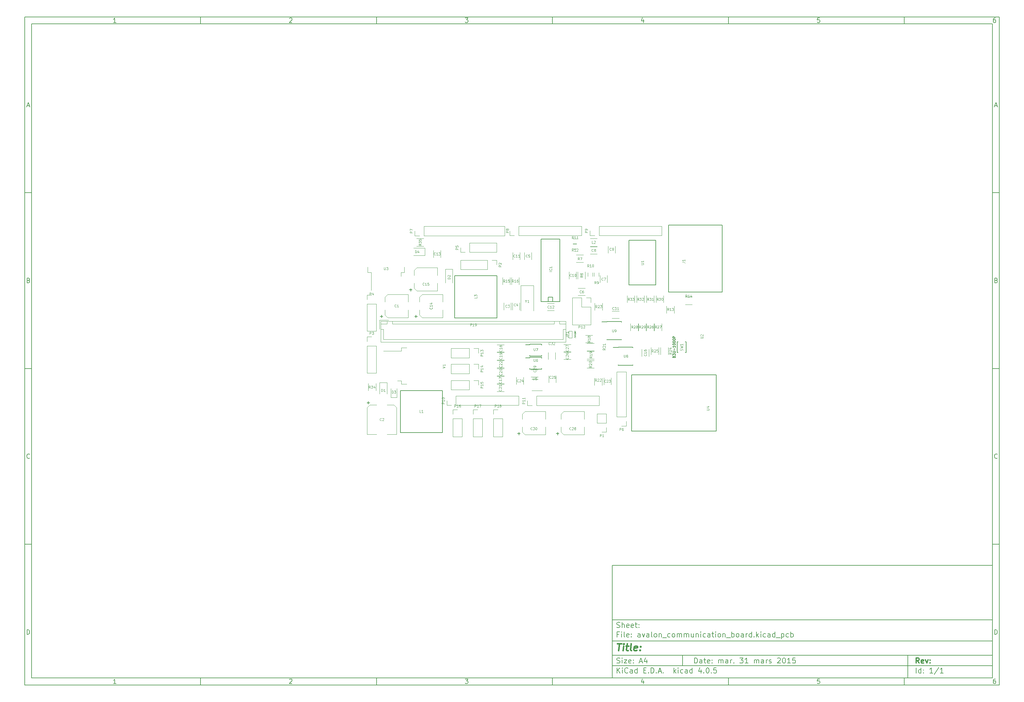
<source format=gto>
G04 #@! TF.FileFunction,Legend,Top*
%FSLAX46Y46*%
G04 Gerber Fmt 4.6, Leading zero omitted, Abs format (unit mm)*
G04 Created by KiCad (PCBNEW 4.0.5) date 03/17/18 13:35:14*
%MOMM*%
%LPD*%
G01*
G04 APERTURE LIST*
%ADD10C,0.100000*%
%ADD11C,0.150000*%
%ADD12C,0.300000*%
%ADD13C,0.400000*%
%ADD14C,0.120000*%
%ADD15C,0.152400*%
G04 APERTURE END LIST*
D10*
D11*
X177002200Y-166007200D02*
X177002200Y-198007200D01*
X285002200Y-198007200D01*
X285002200Y-166007200D01*
X177002200Y-166007200D01*
D10*
D11*
X10000000Y-10000000D02*
X10000000Y-200007200D01*
X287002200Y-200007200D01*
X287002200Y-10000000D01*
X10000000Y-10000000D01*
D10*
D11*
X12000000Y-12000000D02*
X12000000Y-198007200D01*
X285002200Y-198007200D01*
X285002200Y-12000000D01*
X12000000Y-12000000D01*
D10*
D11*
X60000000Y-12000000D02*
X60000000Y-10000000D01*
D10*
D11*
X110000000Y-12000000D02*
X110000000Y-10000000D01*
D10*
D11*
X160000000Y-12000000D02*
X160000000Y-10000000D01*
D10*
D11*
X210000000Y-12000000D02*
X210000000Y-10000000D01*
D10*
D11*
X260000000Y-12000000D02*
X260000000Y-10000000D01*
D10*
D11*
X35990476Y-11588095D02*
X35247619Y-11588095D01*
X35619048Y-11588095D02*
X35619048Y-10288095D01*
X35495238Y-10473810D01*
X35371429Y-10597619D01*
X35247619Y-10659524D01*
D10*
D11*
X85247619Y-10411905D02*
X85309524Y-10350000D01*
X85433333Y-10288095D01*
X85742857Y-10288095D01*
X85866667Y-10350000D01*
X85928571Y-10411905D01*
X85990476Y-10535714D01*
X85990476Y-10659524D01*
X85928571Y-10845238D01*
X85185714Y-11588095D01*
X85990476Y-11588095D01*
D10*
D11*
X135185714Y-10288095D02*
X135990476Y-10288095D01*
X135557143Y-10783333D01*
X135742857Y-10783333D01*
X135866667Y-10845238D01*
X135928571Y-10907143D01*
X135990476Y-11030952D01*
X135990476Y-11340476D01*
X135928571Y-11464286D01*
X135866667Y-11526190D01*
X135742857Y-11588095D01*
X135371429Y-11588095D01*
X135247619Y-11526190D01*
X135185714Y-11464286D01*
D10*
D11*
X185866667Y-10721429D02*
X185866667Y-11588095D01*
X185557143Y-10226190D02*
X185247619Y-11154762D01*
X186052381Y-11154762D01*
D10*
D11*
X235928571Y-10288095D02*
X235309524Y-10288095D01*
X235247619Y-10907143D01*
X235309524Y-10845238D01*
X235433333Y-10783333D01*
X235742857Y-10783333D01*
X235866667Y-10845238D01*
X235928571Y-10907143D01*
X235990476Y-11030952D01*
X235990476Y-11340476D01*
X235928571Y-11464286D01*
X235866667Y-11526190D01*
X235742857Y-11588095D01*
X235433333Y-11588095D01*
X235309524Y-11526190D01*
X235247619Y-11464286D01*
D10*
D11*
X285866667Y-10288095D02*
X285619048Y-10288095D01*
X285495238Y-10350000D01*
X285433333Y-10411905D01*
X285309524Y-10597619D01*
X285247619Y-10845238D01*
X285247619Y-11340476D01*
X285309524Y-11464286D01*
X285371429Y-11526190D01*
X285495238Y-11588095D01*
X285742857Y-11588095D01*
X285866667Y-11526190D01*
X285928571Y-11464286D01*
X285990476Y-11340476D01*
X285990476Y-11030952D01*
X285928571Y-10907143D01*
X285866667Y-10845238D01*
X285742857Y-10783333D01*
X285495238Y-10783333D01*
X285371429Y-10845238D01*
X285309524Y-10907143D01*
X285247619Y-11030952D01*
D10*
D11*
X60000000Y-198007200D02*
X60000000Y-200007200D01*
D10*
D11*
X110000000Y-198007200D02*
X110000000Y-200007200D01*
D10*
D11*
X160000000Y-198007200D02*
X160000000Y-200007200D01*
D10*
D11*
X210000000Y-198007200D02*
X210000000Y-200007200D01*
D10*
D11*
X260000000Y-198007200D02*
X260000000Y-200007200D01*
D10*
D11*
X35990476Y-199595295D02*
X35247619Y-199595295D01*
X35619048Y-199595295D02*
X35619048Y-198295295D01*
X35495238Y-198481010D01*
X35371429Y-198604819D01*
X35247619Y-198666724D01*
D10*
D11*
X85247619Y-198419105D02*
X85309524Y-198357200D01*
X85433333Y-198295295D01*
X85742857Y-198295295D01*
X85866667Y-198357200D01*
X85928571Y-198419105D01*
X85990476Y-198542914D01*
X85990476Y-198666724D01*
X85928571Y-198852438D01*
X85185714Y-199595295D01*
X85990476Y-199595295D01*
D10*
D11*
X135185714Y-198295295D02*
X135990476Y-198295295D01*
X135557143Y-198790533D01*
X135742857Y-198790533D01*
X135866667Y-198852438D01*
X135928571Y-198914343D01*
X135990476Y-199038152D01*
X135990476Y-199347676D01*
X135928571Y-199471486D01*
X135866667Y-199533390D01*
X135742857Y-199595295D01*
X135371429Y-199595295D01*
X135247619Y-199533390D01*
X135185714Y-199471486D01*
D10*
D11*
X185866667Y-198728629D02*
X185866667Y-199595295D01*
X185557143Y-198233390D02*
X185247619Y-199161962D01*
X186052381Y-199161962D01*
D10*
D11*
X235928571Y-198295295D02*
X235309524Y-198295295D01*
X235247619Y-198914343D01*
X235309524Y-198852438D01*
X235433333Y-198790533D01*
X235742857Y-198790533D01*
X235866667Y-198852438D01*
X235928571Y-198914343D01*
X235990476Y-199038152D01*
X235990476Y-199347676D01*
X235928571Y-199471486D01*
X235866667Y-199533390D01*
X235742857Y-199595295D01*
X235433333Y-199595295D01*
X235309524Y-199533390D01*
X235247619Y-199471486D01*
D10*
D11*
X285866667Y-198295295D02*
X285619048Y-198295295D01*
X285495238Y-198357200D01*
X285433333Y-198419105D01*
X285309524Y-198604819D01*
X285247619Y-198852438D01*
X285247619Y-199347676D01*
X285309524Y-199471486D01*
X285371429Y-199533390D01*
X285495238Y-199595295D01*
X285742857Y-199595295D01*
X285866667Y-199533390D01*
X285928571Y-199471486D01*
X285990476Y-199347676D01*
X285990476Y-199038152D01*
X285928571Y-198914343D01*
X285866667Y-198852438D01*
X285742857Y-198790533D01*
X285495238Y-198790533D01*
X285371429Y-198852438D01*
X285309524Y-198914343D01*
X285247619Y-199038152D01*
D10*
D11*
X10000000Y-60000000D02*
X12000000Y-60000000D01*
D10*
D11*
X10000000Y-110000000D02*
X12000000Y-110000000D01*
D10*
D11*
X10000000Y-160000000D02*
X12000000Y-160000000D01*
D10*
D11*
X10690476Y-35216667D02*
X11309524Y-35216667D01*
X10566667Y-35588095D02*
X11000000Y-34288095D01*
X11433333Y-35588095D01*
D10*
D11*
X11092857Y-84907143D02*
X11278571Y-84969048D01*
X11340476Y-85030952D01*
X11402381Y-85154762D01*
X11402381Y-85340476D01*
X11340476Y-85464286D01*
X11278571Y-85526190D01*
X11154762Y-85588095D01*
X10659524Y-85588095D01*
X10659524Y-84288095D01*
X11092857Y-84288095D01*
X11216667Y-84350000D01*
X11278571Y-84411905D01*
X11340476Y-84535714D01*
X11340476Y-84659524D01*
X11278571Y-84783333D01*
X11216667Y-84845238D01*
X11092857Y-84907143D01*
X10659524Y-84907143D01*
D10*
D11*
X11402381Y-135464286D02*
X11340476Y-135526190D01*
X11154762Y-135588095D01*
X11030952Y-135588095D01*
X10845238Y-135526190D01*
X10721429Y-135402381D01*
X10659524Y-135278571D01*
X10597619Y-135030952D01*
X10597619Y-134845238D01*
X10659524Y-134597619D01*
X10721429Y-134473810D01*
X10845238Y-134350000D01*
X11030952Y-134288095D01*
X11154762Y-134288095D01*
X11340476Y-134350000D01*
X11402381Y-134411905D01*
D10*
D11*
X10659524Y-185588095D02*
X10659524Y-184288095D01*
X10969048Y-184288095D01*
X11154762Y-184350000D01*
X11278571Y-184473810D01*
X11340476Y-184597619D01*
X11402381Y-184845238D01*
X11402381Y-185030952D01*
X11340476Y-185278571D01*
X11278571Y-185402381D01*
X11154762Y-185526190D01*
X10969048Y-185588095D01*
X10659524Y-185588095D01*
D10*
D11*
X287002200Y-60000000D02*
X285002200Y-60000000D01*
D10*
D11*
X287002200Y-110000000D02*
X285002200Y-110000000D01*
D10*
D11*
X287002200Y-160000000D02*
X285002200Y-160000000D01*
D10*
D11*
X285692676Y-35216667D02*
X286311724Y-35216667D01*
X285568867Y-35588095D02*
X286002200Y-34288095D01*
X286435533Y-35588095D01*
D10*
D11*
X286095057Y-84907143D02*
X286280771Y-84969048D01*
X286342676Y-85030952D01*
X286404581Y-85154762D01*
X286404581Y-85340476D01*
X286342676Y-85464286D01*
X286280771Y-85526190D01*
X286156962Y-85588095D01*
X285661724Y-85588095D01*
X285661724Y-84288095D01*
X286095057Y-84288095D01*
X286218867Y-84350000D01*
X286280771Y-84411905D01*
X286342676Y-84535714D01*
X286342676Y-84659524D01*
X286280771Y-84783333D01*
X286218867Y-84845238D01*
X286095057Y-84907143D01*
X285661724Y-84907143D01*
D10*
D11*
X286404581Y-135464286D02*
X286342676Y-135526190D01*
X286156962Y-135588095D01*
X286033152Y-135588095D01*
X285847438Y-135526190D01*
X285723629Y-135402381D01*
X285661724Y-135278571D01*
X285599819Y-135030952D01*
X285599819Y-134845238D01*
X285661724Y-134597619D01*
X285723629Y-134473810D01*
X285847438Y-134350000D01*
X286033152Y-134288095D01*
X286156962Y-134288095D01*
X286342676Y-134350000D01*
X286404581Y-134411905D01*
D10*
D11*
X285661724Y-185588095D02*
X285661724Y-184288095D01*
X285971248Y-184288095D01*
X286156962Y-184350000D01*
X286280771Y-184473810D01*
X286342676Y-184597619D01*
X286404581Y-184845238D01*
X286404581Y-185030952D01*
X286342676Y-185278571D01*
X286280771Y-185402381D01*
X286156962Y-185526190D01*
X285971248Y-185588095D01*
X285661724Y-185588095D01*
D10*
D11*
X200359343Y-193785771D02*
X200359343Y-192285771D01*
X200716486Y-192285771D01*
X200930771Y-192357200D01*
X201073629Y-192500057D01*
X201145057Y-192642914D01*
X201216486Y-192928629D01*
X201216486Y-193142914D01*
X201145057Y-193428629D01*
X201073629Y-193571486D01*
X200930771Y-193714343D01*
X200716486Y-193785771D01*
X200359343Y-193785771D01*
X202502200Y-193785771D02*
X202502200Y-193000057D01*
X202430771Y-192857200D01*
X202287914Y-192785771D01*
X202002200Y-192785771D01*
X201859343Y-192857200D01*
X202502200Y-193714343D02*
X202359343Y-193785771D01*
X202002200Y-193785771D01*
X201859343Y-193714343D01*
X201787914Y-193571486D01*
X201787914Y-193428629D01*
X201859343Y-193285771D01*
X202002200Y-193214343D01*
X202359343Y-193214343D01*
X202502200Y-193142914D01*
X203002200Y-192785771D02*
X203573629Y-192785771D01*
X203216486Y-192285771D02*
X203216486Y-193571486D01*
X203287914Y-193714343D01*
X203430772Y-193785771D01*
X203573629Y-193785771D01*
X204645057Y-193714343D02*
X204502200Y-193785771D01*
X204216486Y-193785771D01*
X204073629Y-193714343D01*
X204002200Y-193571486D01*
X204002200Y-193000057D01*
X204073629Y-192857200D01*
X204216486Y-192785771D01*
X204502200Y-192785771D01*
X204645057Y-192857200D01*
X204716486Y-193000057D01*
X204716486Y-193142914D01*
X204002200Y-193285771D01*
X205359343Y-193642914D02*
X205430771Y-193714343D01*
X205359343Y-193785771D01*
X205287914Y-193714343D01*
X205359343Y-193642914D01*
X205359343Y-193785771D01*
X205359343Y-192857200D02*
X205430771Y-192928629D01*
X205359343Y-193000057D01*
X205287914Y-192928629D01*
X205359343Y-192857200D01*
X205359343Y-193000057D01*
X207216486Y-193785771D02*
X207216486Y-192785771D01*
X207216486Y-192928629D02*
X207287914Y-192857200D01*
X207430772Y-192785771D01*
X207645057Y-192785771D01*
X207787914Y-192857200D01*
X207859343Y-193000057D01*
X207859343Y-193785771D01*
X207859343Y-193000057D02*
X207930772Y-192857200D01*
X208073629Y-192785771D01*
X208287914Y-192785771D01*
X208430772Y-192857200D01*
X208502200Y-193000057D01*
X208502200Y-193785771D01*
X209859343Y-193785771D02*
X209859343Y-193000057D01*
X209787914Y-192857200D01*
X209645057Y-192785771D01*
X209359343Y-192785771D01*
X209216486Y-192857200D01*
X209859343Y-193714343D02*
X209716486Y-193785771D01*
X209359343Y-193785771D01*
X209216486Y-193714343D01*
X209145057Y-193571486D01*
X209145057Y-193428629D01*
X209216486Y-193285771D01*
X209359343Y-193214343D01*
X209716486Y-193214343D01*
X209859343Y-193142914D01*
X210573629Y-193785771D02*
X210573629Y-192785771D01*
X210573629Y-193071486D02*
X210645057Y-192928629D01*
X210716486Y-192857200D01*
X210859343Y-192785771D01*
X211002200Y-192785771D01*
X211502200Y-193642914D02*
X211573628Y-193714343D01*
X211502200Y-193785771D01*
X211430771Y-193714343D01*
X211502200Y-193642914D01*
X211502200Y-193785771D01*
X213216486Y-192285771D02*
X214145057Y-192285771D01*
X213645057Y-192857200D01*
X213859343Y-192857200D01*
X214002200Y-192928629D01*
X214073629Y-193000057D01*
X214145057Y-193142914D01*
X214145057Y-193500057D01*
X214073629Y-193642914D01*
X214002200Y-193714343D01*
X213859343Y-193785771D01*
X213430771Y-193785771D01*
X213287914Y-193714343D01*
X213216486Y-193642914D01*
X215573628Y-193785771D02*
X214716485Y-193785771D01*
X215145057Y-193785771D02*
X215145057Y-192285771D01*
X215002200Y-192500057D01*
X214859342Y-192642914D01*
X214716485Y-192714343D01*
X217359342Y-193785771D02*
X217359342Y-192785771D01*
X217359342Y-192928629D02*
X217430770Y-192857200D01*
X217573628Y-192785771D01*
X217787913Y-192785771D01*
X217930770Y-192857200D01*
X218002199Y-193000057D01*
X218002199Y-193785771D01*
X218002199Y-193000057D02*
X218073628Y-192857200D01*
X218216485Y-192785771D01*
X218430770Y-192785771D01*
X218573628Y-192857200D01*
X218645056Y-193000057D01*
X218645056Y-193785771D01*
X220002199Y-193785771D02*
X220002199Y-193000057D01*
X219930770Y-192857200D01*
X219787913Y-192785771D01*
X219502199Y-192785771D01*
X219359342Y-192857200D01*
X220002199Y-193714343D02*
X219859342Y-193785771D01*
X219502199Y-193785771D01*
X219359342Y-193714343D01*
X219287913Y-193571486D01*
X219287913Y-193428629D01*
X219359342Y-193285771D01*
X219502199Y-193214343D01*
X219859342Y-193214343D01*
X220002199Y-193142914D01*
X220716485Y-193785771D02*
X220716485Y-192785771D01*
X220716485Y-193071486D02*
X220787913Y-192928629D01*
X220859342Y-192857200D01*
X221002199Y-192785771D01*
X221145056Y-192785771D01*
X221573627Y-193714343D02*
X221716484Y-193785771D01*
X222002199Y-193785771D01*
X222145056Y-193714343D01*
X222216484Y-193571486D01*
X222216484Y-193500057D01*
X222145056Y-193357200D01*
X222002199Y-193285771D01*
X221787913Y-193285771D01*
X221645056Y-193214343D01*
X221573627Y-193071486D01*
X221573627Y-193000057D01*
X221645056Y-192857200D01*
X221787913Y-192785771D01*
X222002199Y-192785771D01*
X222145056Y-192857200D01*
X223930770Y-192428629D02*
X224002199Y-192357200D01*
X224145056Y-192285771D01*
X224502199Y-192285771D01*
X224645056Y-192357200D01*
X224716485Y-192428629D01*
X224787913Y-192571486D01*
X224787913Y-192714343D01*
X224716485Y-192928629D01*
X223859342Y-193785771D01*
X224787913Y-193785771D01*
X225716484Y-192285771D02*
X225859341Y-192285771D01*
X226002198Y-192357200D01*
X226073627Y-192428629D01*
X226145056Y-192571486D01*
X226216484Y-192857200D01*
X226216484Y-193214343D01*
X226145056Y-193500057D01*
X226073627Y-193642914D01*
X226002198Y-193714343D01*
X225859341Y-193785771D01*
X225716484Y-193785771D01*
X225573627Y-193714343D01*
X225502198Y-193642914D01*
X225430770Y-193500057D01*
X225359341Y-193214343D01*
X225359341Y-192857200D01*
X225430770Y-192571486D01*
X225502198Y-192428629D01*
X225573627Y-192357200D01*
X225716484Y-192285771D01*
X227645055Y-193785771D02*
X226787912Y-193785771D01*
X227216484Y-193785771D02*
X227216484Y-192285771D01*
X227073627Y-192500057D01*
X226930769Y-192642914D01*
X226787912Y-192714343D01*
X229002198Y-192285771D02*
X228287912Y-192285771D01*
X228216483Y-193000057D01*
X228287912Y-192928629D01*
X228430769Y-192857200D01*
X228787912Y-192857200D01*
X228930769Y-192928629D01*
X229002198Y-193000057D01*
X229073626Y-193142914D01*
X229073626Y-193500057D01*
X229002198Y-193642914D01*
X228930769Y-193714343D01*
X228787912Y-193785771D01*
X228430769Y-193785771D01*
X228287912Y-193714343D01*
X228216483Y-193642914D01*
D10*
D11*
X177002200Y-194507200D02*
X285002200Y-194507200D01*
D10*
D11*
X178359343Y-196585771D02*
X178359343Y-195085771D01*
X179216486Y-196585771D02*
X178573629Y-195728629D01*
X179216486Y-195085771D02*
X178359343Y-195942914D01*
X179859343Y-196585771D02*
X179859343Y-195585771D01*
X179859343Y-195085771D02*
X179787914Y-195157200D01*
X179859343Y-195228629D01*
X179930771Y-195157200D01*
X179859343Y-195085771D01*
X179859343Y-195228629D01*
X181430772Y-196442914D02*
X181359343Y-196514343D01*
X181145057Y-196585771D01*
X181002200Y-196585771D01*
X180787915Y-196514343D01*
X180645057Y-196371486D01*
X180573629Y-196228629D01*
X180502200Y-195942914D01*
X180502200Y-195728629D01*
X180573629Y-195442914D01*
X180645057Y-195300057D01*
X180787915Y-195157200D01*
X181002200Y-195085771D01*
X181145057Y-195085771D01*
X181359343Y-195157200D01*
X181430772Y-195228629D01*
X182716486Y-196585771D02*
X182716486Y-195800057D01*
X182645057Y-195657200D01*
X182502200Y-195585771D01*
X182216486Y-195585771D01*
X182073629Y-195657200D01*
X182716486Y-196514343D02*
X182573629Y-196585771D01*
X182216486Y-196585771D01*
X182073629Y-196514343D01*
X182002200Y-196371486D01*
X182002200Y-196228629D01*
X182073629Y-196085771D01*
X182216486Y-196014343D01*
X182573629Y-196014343D01*
X182716486Y-195942914D01*
X184073629Y-196585771D02*
X184073629Y-195085771D01*
X184073629Y-196514343D02*
X183930772Y-196585771D01*
X183645058Y-196585771D01*
X183502200Y-196514343D01*
X183430772Y-196442914D01*
X183359343Y-196300057D01*
X183359343Y-195871486D01*
X183430772Y-195728629D01*
X183502200Y-195657200D01*
X183645058Y-195585771D01*
X183930772Y-195585771D01*
X184073629Y-195657200D01*
X185930772Y-195800057D02*
X186430772Y-195800057D01*
X186645058Y-196585771D02*
X185930772Y-196585771D01*
X185930772Y-195085771D01*
X186645058Y-195085771D01*
X187287915Y-196442914D02*
X187359343Y-196514343D01*
X187287915Y-196585771D01*
X187216486Y-196514343D01*
X187287915Y-196442914D01*
X187287915Y-196585771D01*
X188002201Y-196585771D02*
X188002201Y-195085771D01*
X188359344Y-195085771D01*
X188573629Y-195157200D01*
X188716487Y-195300057D01*
X188787915Y-195442914D01*
X188859344Y-195728629D01*
X188859344Y-195942914D01*
X188787915Y-196228629D01*
X188716487Y-196371486D01*
X188573629Y-196514343D01*
X188359344Y-196585771D01*
X188002201Y-196585771D01*
X189502201Y-196442914D02*
X189573629Y-196514343D01*
X189502201Y-196585771D01*
X189430772Y-196514343D01*
X189502201Y-196442914D01*
X189502201Y-196585771D01*
X190145058Y-196157200D02*
X190859344Y-196157200D01*
X190002201Y-196585771D02*
X190502201Y-195085771D01*
X191002201Y-196585771D01*
X191502201Y-196442914D02*
X191573629Y-196514343D01*
X191502201Y-196585771D01*
X191430772Y-196514343D01*
X191502201Y-196442914D01*
X191502201Y-196585771D01*
X194502201Y-196585771D02*
X194502201Y-195085771D01*
X194645058Y-196014343D02*
X195073629Y-196585771D01*
X195073629Y-195585771D02*
X194502201Y-196157200D01*
X195716487Y-196585771D02*
X195716487Y-195585771D01*
X195716487Y-195085771D02*
X195645058Y-195157200D01*
X195716487Y-195228629D01*
X195787915Y-195157200D01*
X195716487Y-195085771D01*
X195716487Y-195228629D01*
X197073630Y-196514343D02*
X196930773Y-196585771D01*
X196645059Y-196585771D01*
X196502201Y-196514343D01*
X196430773Y-196442914D01*
X196359344Y-196300057D01*
X196359344Y-195871486D01*
X196430773Y-195728629D01*
X196502201Y-195657200D01*
X196645059Y-195585771D01*
X196930773Y-195585771D01*
X197073630Y-195657200D01*
X198359344Y-196585771D02*
X198359344Y-195800057D01*
X198287915Y-195657200D01*
X198145058Y-195585771D01*
X197859344Y-195585771D01*
X197716487Y-195657200D01*
X198359344Y-196514343D02*
X198216487Y-196585771D01*
X197859344Y-196585771D01*
X197716487Y-196514343D01*
X197645058Y-196371486D01*
X197645058Y-196228629D01*
X197716487Y-196085771D01*
X197859344Y-196014343D01*
X198216487Y-196014343D01*
X198359344Y-195942914D01*
X199716487Y-196585771D02*
X199716487Y-195085771D01*
X199716487Y-196514343D02*
X199573630Y-196585771D01*
X199287916Y-196585771D01*
X199145058Y-196514343D01*
X199073630Y-196442914D01*
X199002201Y-196300057D01*
X199002201Y-195871486D01*
X199073630Y-195728629D01*
X199145058Y-195657200D01*
X199287916Y-195585771D01*
X199573630Y-195585771D01*
X199716487Y-195657200D01*
X202216487Y-195585771D02*
X202216487Y-196585771D01*
X201859344Y-195014343D02*
X201502201Y-196085771D01*
X202430773Y-196085771D01*
X203002201Y-196442914D02*
X203073629Y-196514343D01*
X203002201Y-196585771D01*
X202930772Y-196514343D01*
X203002201Y-196442914D01*
X203002201Y-196585771D01*
X204002201Y-195085771D02*
X204145058Y-195085771D01*
X204287915Y-195157200D01*
X204359344Y-195228629D01*
X204430773Y-195371486D01*
X204502201Y-195657200D01*
X204502201Y-196014343D01*
X204430773Y-196300057D01*
X204359344Y-196442914D01*
X204287915Y-196514343D01*
X204145058Y-196585771D01*
X204002201Y-196585771D01*
X203859344Y-196514343D01*
X203787915Y-196442914D01*
X203716487Y-196300057D01*
X203645058Y-196014343D01*
X203645058Y-195657200D01*
X203716487Y-195371486D01*
X203787915Y-195228629D01*
X203859344Y-195157200D01*
X204002201Y-195085771D01*
X205145058Y-196442914D02*
X205216486Y-196514343D01*
X205145058Y-196585771D01*
X205073629Y-196514343D01*
X205145058Y-196442914D01*
X205145058Y-196585771D01*
X206573630Y-195085771D02*
X205859344Y-195085771D01*
X205787915Y-195800057D01*
X205859344Y-195728629D01*
X206002201Y-195657200D01*
X206359344Y-195657200D01*
X206502201Y-195728629D01*
X206573630Y-195800057D01*
X206645058Y-195942914D01*
X206645058Y-196300057D01*
X206573630Y-196442914D01*
X206502201Y-196514343D01*
X206359344Y-196585771D01*
X206002201Y-196585771D01*
X205859344Y-196514343D01*
X205787915Y-196442914D01*
D10*
D11*
X177002200Y-191507200D02*
X285002200Y-191507200D01*
D10*
D12*
X264216486Y-193785771D02*
X263716486Y-193071486D01*
X263359343Y-193785771D02*
X263359343Y-192285771D01*
X263930771Y-192285771D01*
X264073629Y-192357200D01*
X264145057Y-192428629D01*
X264216486Y-192571486D01*
X264216486Y-192785771D01*
X264145057Y-192928629D01*
X264073629Y-193000057D01*
X263930771Y-193071486D01*
X263359343Y-193071486D01*
X265430771Y-193714343D02*
X265287914Y-193785771D01*
X265002200Y-193785771D01*
X264859343Y-193714343D01*
X264787914Y-193571486D01*
X264787914Y-193000057D01*
X264859343Y-192857200D01*
X265002200Y-192785771D01*
X265287914Y-192785771D01*
X265430771Y-192857200D01*
X265502200Y-193000057D01*
X265502200Y-193142914D01*
X264787914Y-193285771D01*
X266002200Y-192785771D02*
X266359343Y-193785771D01*
X266716485Y-192785771D01*
X267287914Y-193642914D02*
X267359342Y-193714343D01*
X267287914Y-193785771D01*
X267216485Y-193714343D01*
X267287914Y-193642914D01*
X267287914Y-193785771D01*
X267287914Y-192857200D02*
X267359342Y-192928629D01*
X267287914Y-193000057D01*
X267216485Y-192928629D01*
X267287914Y-192857200D01*
X267287914Y-193000057D01*
D10*
D11*
X178287914Y-193714343D02*
X178502200Y-193785771D01*
X178859343Y-193785771D01*
X179002200Y-193714343D01*
X179073629Y-193642914D01*
X179145057Y-193500057D01*
X179145057Y-193357200D01*
X179073629Y-193214343D01*
X179002200Y-193142914D01*
X178859343Y-193071486D01*
X178573629Y-193000057D01*
X178430771Y-192928629D01*
X178359343Y-192857200D01*
X178287914Y-192714343D01*
X178287914Y-192571486D01*
X178359343Y-192428629D01*
X178430771Y-192357200D01*
X178573629Y-192285771D01*
X178930771Y-192285771D01*
X179145057Y-192357200D01*
X179787914Y-193785771D02*
X179787914Y-192785771D01*
X179787914Y-192285771D02*
X179716485Y-192357200D01*
X179787914Y-192428629D01*
X179859342Y-192357200D01*
X179787914Y-192285771D01*
X179787914Y-192428629D01*
X180359343Y-192785771D02*
X181145057Y-192785771D01*
X180359343Y-193785771D01*
X181145057Y-193785771D01*
X182287914Y-193714343D02*
X182145057Y-193785771D01*
X181859343Y-193785771D01*
X181716486Y-193714343D01*
X181645057Y-193571486D01*
X181645057Y-193000057D01*
X181716486Y-192857200D01*
X181859343Y-192785771D01*
X182145057Y-192785771D01*
X182287914Y-192857200D01*
X182359343Y-193000057D01*
X182359343Y-193142914D01*
X181645057Y-193285771D01*
X183002200Y-193642914D02*
X183073628Y-193714343D01*
X183002200Y-193785771D01*
X182930771Y-193714343D01*
X183002200Y-193642914D01*
X183002200Y-193785771D01*
X183002200Y-192857200D02*
X183073628Y-192928629D01*
X183002200Y-193000057D01*
X182930771Y-192928629D01*
X183002200Y-192857200D01*
X183002200Y-193000057D01*
X184787914Y-193357200D02*
X185502200Y-193357200D01*
X184645057Y-193785771D02*
X185145057Y-192285771D01*
X185645057Y-193785771D01*
X186787914Y-192785771D02*
X186787914Y-193785771D01*
X186430771Y-192214343D02*
X186073628Y-193285771D01*
X187002200Y-193285771D01*
D10*
D11*
X263359343Y-196585771D02*
X263359343Y-195085771D01*
X264716486Y-196585771D02*
X264716486Y-195085771D01*
X264716486Y-196514343D02*
X264573629Y-196585771D01*
X264287915Y-196585771D01*
X264145057Y-196514343D01*
X264073629Y-196442914D01*
X264002200Y-196300057D01*
X264002200Y-195871486D01*
X264073629Y-195728629D01*
X264145057Y-195657200D01*
X264287915Y-195585771D01*
X264573629Y-195585771D01*
X264716486Y-195657200D01*
X265430772Y-196442914D02*
X265502200Y-196514343D01*
X265430772Y-196585771D01*
X265359343Y-196514343D01*
X265430772Y-196442914D01*
X265430772Y-196585771D01*
X265430772Y-195657200D02*
X265502200Y-195728629D01*
X265430772Y-195800057D01*
X265359343Y-195728629D01*
X265430772Y-195657200D01*
X265430772Y-195800057D01*
X268073629Y-196585771D02*
X267216486Y-196585771D01*
X267645058Y-196585771D02*
X267645058Y-195085771D01*
X267502201Y-195300057D01*
X267359343Y-195442914D01*
X267216486Y-195514343D01*
X269787914Y-195014343D02*
X268502200Y-196942914D01*
X271073629Y-196585771D02*
X270216486Y-196585771D01*
X270645058Y-196585771D02*
X270645058Y-195085771D01*
X270502201Y-195300057D01*
X270359343Y-195442914D01*
X270216486Y-195514343D01*
D10*
D11*
X177002200Y-187507200D02*
X285002200Y-187507200D01*
D10*
D13*
X178454581Y-188211962D02*
X179597438Y-188211962D01*
X178776010Y-190211962D02*
X179026010Y-188211962D01*
X180014105Y-190211962D02*
X180180771Y-188878629D01*
X180264105Y-188211962D02*
X180156962Y-188307200D01*
X180240295Y-188402438D01*
X180347439Y-188307200D01*
X180264105Y-188211962D01*
X180240295Y-188402438D01*
X180847438Y-188878629D02*
X181609343Y-188878629D01*
X181216486Y-188211962D02*
X181002200Y-189926248D01*
X181073630Y-190116724D01*
X181252201Y-190211962D01*
X181442677Y-190211962D01*
X182395058Y-190211962D02*
X182216487Y-190116724D01*
X182145057Y-189926248D01*
X182359343Y-188211962D01*
X183930772Y-190116724D02*
X183728391Y-190211962D01*
X183347439Y-190211962D01*
X183168867Y-190116724D01*
X183097438Y-189926248D01*
X183192676Y-189164343D01*
X183311724Y-188973867D01*
X183514105Y-188878629D01*
X183895057Y-188878629D01*
X184073629Y-188973867D01*
X184145057Y-189164343D01*
X184121248Y-189354819D01*
X183145057Y-189545295D01*
X184895057Y-190021486D02*
X184978392Y-190116724D01*
X184871248Y-190211962D01*
X184787915Y-190116724D01*
X184895057Y-190021486D01*
X184871248Y-190211962D01*
X185026010Y-188973867D02*
X185109344Y-189069105D01*
X185002200Y-189164343D01*
X184918867Y-189069105D01*
X185026010Y-188973867D01*
X185002200Y-189164343D01*
D10*
D11*
X178859343Y-185600057D02*
X178359343Y-185600057D01*
X178359343Y-186385771D02*
X178359343Y-184885771D01*
X179073629Y-184885771D01*
X179645057Y-186385771D02*
X179645057Y-185385771D01*
X179645057Y-184885771D02*
X179573628Y-184957200D01*
X179645057Y-185028629D01*
X179716485Y-184957200D01*
X179645057Y-184885771D01*
X179645057Y-185028629D01*
X180573629Y-186385771D02*
X180430771Y-186314343D01*
X180359343Y-186171486D01*
X180359343Y-184885771D01*
X181716485Y-186314343D02*
X181573628Y-186385771D01*
X181287914Y-186385771D01*
X181145057Y-186314343D01*
X181073628Y-186171486D01*
X181073628Y-185600057D01*
X181145057Y-185457200D01*
X181287914Y-185385771D01*
X181573628Y-185385771D01*
X181716485Y-185457200D01*
X181787914Y-185600057D01*
X181787914Y-185742914D01*
X181073628Y-185885771D01*
X182430771Y-186242914D02*
X182502199Y-186314343D01*
X182430771Y-186385771D01*
X182359342Y-186314343D01*
X182430771Y-186242914D01*
X182430771Y-186385771D01*
X182430771Y-185457200D02*
X182502199Y-185528629D01*
X182430771Y-185600057D01*
X182359342Y-185528629D01*
X182430771Y-185457200D01*
X182430771Y-185600057D01*
X184930771Y-186385771D02*
X184930771Y-185600057D01*
X184859342Y-185457200D01*
X184716485Y-185385771D01*
X184430771Y-185385771D01*
X184287914Y-185457200D01*
X184930771Y-186314343D02*
X184787914Y-186385771D01*
X184430771Y-186385771D01*
X184287914Y-186314343D01*
X184216485Y-186171486D01*
X184216485Y-186028629D01*
X184287914Y-185885771D01*
X184430771Y-185814343D01*
X184787914Y-185814343D01*
X184930771Y-185742914D01*
X185502200Y-185385771D02*
X185859343Y-186385771D01*
X186216485Y-185385771D01*
X187430771Y-186385771D02*
X187430771Y-185600057D01*
X187359342Y-185457200D01*
X187216485Y-185385771D01*
X186930771Y-185385771D01*
X186787914Y-185457200D01*
X187430771Y-186314343D02*
X187287914Y-186385771D01*
X186930771Y-186385771D01*
X186787914Y-186314343D01*
X186716485Y-186171486D01*
X186716485Y-186028629D01*
X186787914Y-185885771D01*
X186930771Y-185814343D01*
X187287914Y-185814343D01*
X187430771Y-185742914D01*
X188359343Y-186385771D02*
X188216485Y-186314343D01*
X188145057Y-186171486D01*
X188145057Y-184885771D01*
X189145057Y-186385771D02*
X189002199Y-186314343D01*
X188930771Y-186242914D01*
X188859342Y-186100057D01*
X188859342Y-185671486D01*
X188930771Y-185528629D01*
X189002199Y-185457200D01*
X189145057Y-185385771D01*
X189359342Y-185385771D01*
X189502199Y-185457200D01*
X189573628Y-185528629D01*
X189645057Y-185671486D01*
X189645057Y-186100057D01*
X189573628Y-186242914D01*
X189502199Y-186314343D01*
X189359342Y-186385771D01*
X189145057Y-186385771D01*
X190287914Y-185385771D02*
X190287914Y-186385771D01*
X190287914Y-185528629D02*
X190359342Y-185457200D01*
X190502200Y-185385771D01*
X190716485Y-185385771D01*
X190859342Y-185457200D01*
X190930771Y-185600057D01*
X190930771Y-186385771D01*
X191287914Y-186528629D02*
X192430771Y-186528629D01*
X193430771Y-186314343D02*
X193287914Y-186385771D01*
X193002200Y-186385771D01*
X192859342Y-186314343D01*
X192787914Y-186242914D01*
X192716485Y-186100057D01*
X192716485Y-185671486D01*
X192787914Y-185528629D01*
X192859342Y-185457200D01*
X193002200Y-185385771D01*
X193287914Y-185385771D01*
X193430771Y-185457200D01*
X194287914Y-186385771D02*
X194145056Y-186314343D01*
X194073628Y-186242914D01*
X194002199Y-186100057D01*
X194002199Y-185671486D01*
X194073628Y-185528629D01*
X194145056Y-185457200D01*
X194287914Y-185385771D01*
X194502199Y-185385771D01*
X194645056Y-185457200D01*
X194716485Y-185528629D01*
X194787914Y-185671486D01*
X194787914Y-186100057D01*
X194716485Y-186242914D01*
X194645056Y-186314343D01*
X194502199Y-186385771D01*
X194287914Y-186385771D01*
X195430771Y-186385771D02*
X195430771Y-185385771D01*
X195430771Y-185528629D02*
X195502199Y-185457200D01*
X195645057Y-185385771D01*
X195859342Y-185385771D01*
X196002199Y-185457200D01*
X196073628Y-185600057D01*
X196073628Y-186385771D01*
X196073628Y-185600057D02*
X196145057Y-185457200D01*
X196287914Y-185385771D01*
X196502199Y-185385771D01*
X196645057Y-185457200D01*
X196716485Y-185600057D01*
X196716485Y-186385771D01*
X197430771Y-186385771D02*
X197430771Y-185385771D01*
X197430771Y-185528629D02*
X197502199Y-185457200D01*
X197645057Y-185385771D01*
X197859342Y-185385771D01*
X198002199Y-185457200D01*
X198073628Y-185600057D01*
X198073628Y-186385771D01*
X198073628Y-185600057D02*
X198145057Y-185457200D01*
X198287914Y-185385771D01*
X198502199Y-185385771D01*
X198645057Y-185457200D01*
X198716485Y-185600057D01*
X198716485Y-186385771D01*
X200073628Y-185385771D02*
X200073628Y-186385771D01*
X199430771Y-185385771D02*
X199430771Y-186171486D01*
X199502199Y-186314343D01*
X199645057Y-186385771D01*
X199859342Y-186385771D01*
X200002199Y-186314343D01*
X200073628Y-186242914D01*
X200787914Y-185385771D02*
X200787914Y-186385771D01*
X200787914Y-185528629D02*
X200859342Y-185457200D01*
X201002200Y-185385771D01*
X201216485Y-185385771D01*
X201359342Y-185457200D01*
X201430771Y-185600057D01*
X201430771Y-186385771D01*
X202145057Y-186385771D02*
X202145057Y-185385771D01*
X202145057Y-184885771D02*
X202073628Y-184957200D01*
X202145057Y-185028629D01*
X202216485Y-184957200D01*
X202145057Y-184885771D01*
X202145057Y-185028629D01*
X203502200Y-186314343D02*
X203359343Y-186385771D01*
X203073629Y-186385771D01*
X202930771Y-186314343D01*
X202859343Y-186242914D01*
X202787914Y-186100057D01*
X202787914Y-185671486D01*
X202859343Y-185528629D01*
X202930771Y-185457200D01*
X203073629Y-185385771D01*
X203359343Y-185385771D01*
X203502200Y-185457200D01*
X204787914Y-186385771D02*
X204787914Y-185600057D01*
X204716485Y-185457200D01*
X204573628Y-185385771D01*
X204287914Y-185385771D01*
X204145057Y-185457200D01*
X204787914Y-186314343D02*
X204645057Y-186385771D01*
X204287914Y-186385771D01*
X204145057Y-186314343D01*
X204073628Y-186171486D01*
X204073628Y-186028629D01*
X204145057Y-185885771D01*
X204287914Y-185814343D01*
X204645057Y-185814343D01*
X204787914Y-185742914D01*
X205287914Y-185385771D02*
X205859343Y-185385771D01*
X205502200Y-184885771D02*
X205502200Y-186171486D01*
X205573628Y-186314343D01*
X205716486Y-186385771D01*
X205859343Y-186385771D01*
X206359343Y-186385771D02*
X206359343Y-185385771D01*
X206359343Y-184885771D02*
X206287914Y-184957200D01*
X206359343Y-185028629D01*
X206430771Y-184957200D01*
X206359343Y-184885771D01*
X206359343Y-185028629D01*
X207287915Y-186385771D02*
X207145057Y-186314343D01*
X207073629Y-186242914D01*
X207002200Y-186100057D01*
X207002200Y-185671486D01*
X207073629Y-185528629D01*
X207145057Y-185457200D01*
X207287915Y-185385771D01*
X207502200Y-185385771D01*
X207645057Y-185457200D01*
X207716486Y-185528629D01*
X207787915Y-185671486D01*
X207787915Y-186100057D01*
X207716486Y-186242914D01*
X207645057Y-186314343D01*
X207502200Y-186385771D01*
X207287915Y-186385771D01*
X208430772Y-185385771D02*
X208430772Y-186385771D01*
X208430772Y-185528629D02*
X208502200Y-185457200D01*
X208645058Y-185385771D01*
X208859343Y-185385771D01*
X209002200Y-185457200D01*
X209073629Y-185600057D01*
X209073629Y-186385771D01*
X209430772Y-186528629D02*
X210573629Y-186528629D01*
X210930772Y-186385771D02*
X210930772Y-184885771D01*
X210930772Y-185457200D02*
X211073629Y-185385771D01*
X211359343Y-185385771D01*
X211502200Y-185457200D01*
X211573629Y-185528629D01*
X211645058Y-185671486D01*
X211645058Y-186100057D01*
X211573629Y-186242914D01*
X211502200Y-186314343D01*
X211359343Y-186385771D01*
X211073629Y-186385771D01*
X210930772Y-186314343D01*
X212502201Y-186385771D02*
X212359343Y-186314343D01*
X212287915Y-186242914D01*
X212216486Y-186100057D01*
X212216486Y-185671486D01*
X212287915Y-185528629D01*
X212359343Y-185457200D01*
X212502201Y-185385771D01*
X212716486Y-185385771D01*
X212859343Y-185457200D01*
X212930772Y-185528629D01*
X213002201Y-185671486D01*
X213002201Y-186100057D01*
X212930772Y-186242914D01*
X212859343Y-186314343D01*
X212716486Y-186385771D01*
X212502201Y-186385771D01*
X214287915Y-186385771D02*
X214287915Y-185600057D01*
X214216486Y-185457200D01*
X214073629Y-185385771D01*
X213787915Y-185385771D01*
X213645058Y-185457200D01*
X214287915Y-186314343D02*
X214145058Y-186385771D01*
X213787915Y-186385771D01*
X213645058Y-186314343D01*
X213573629Y-186171486D01*
X213573629Y-186028629D01*
X213645058Y-185885771D01*
X213787915Y-185814343D01*
X214145058Y-185814343D01*
X214287915Y-185742914D01*
X215002201Y-186385771D02*
X215002201Y-185385771D01*
X215002201Y-185671486D02*
X215073629Y-185528629D01*
X215145058Y-185457200D01*
X215287915Y-185385771D01*
X215430772Y-185385771D01*
X216573629Y-186385771D02*
X216573629Y-184885771D01*
X216573629Y-186314343D02*
X216430772Y-186385771D01*
X216145058Y-186385771D01*
X216002200Y-186314343D01*
X215930772Y-186242914D01*
X215859343Y-186100057D01*
X215859343Y-185671486D01*
X215930772Y-185528629D01*
X216002200Y-185457200D01*
X216145058Y-185385771D01*
X216430772Y-185385771D01*
X216573629Y-185457200D01*
X217287915Y-186242914D02*
X217359343Y-186314343D01*
X217287915Y-186385771D01*
X217216486Y-186314343D01*
X217287915Y-186242914D01*
X217287915Y-186385771D01*
X218002201Y-186385771D02*
X218002201Y-184885771D01*
X218145058Y-185814343D02*
X218573629Y-186385771D01*
X218573629Y-185385771D02*
X218002201Y-185957200D01*
X219216487Y-186385771D02*
X219216487Y-185385771D01*
X219216487Y-184885771D02*
X219145058Y-184957200D01*
X219216487Y-185028629D01*
X219287915Y-184957200D01*
X219216487Y-184885771D01*
X219216487Y-185028629D01*
X220573630Y-186314343D02*
X220430773Y-186385771D01*
X220145059Y-186385771D01*
X220002201Y-186314343D01*
X219930773Y-186242914D01*
X219859344Y-186100057D01*
X219859344Y-185671486D01*
X219930773Y-185528629D01*
X220002201Y-185457200D01*
X220145059Y-185385771D01*
X220430773Y-185385771D01*
X220573630Y-185457200D01*
X221859344Y-186385771D02*
X221859344Y-185600057D01*
X221787915Y-185457200D01*
X221645058Y-185385771D01*
X221359344Y-185385771D01*
X221216487Y-185457200D01*
X221859344Y-186314343D02*
X221716487Y-186385771D01*
X221359344Y-186385771D01*
X221216487Y-186314343D01*
X221145058Y-186171486D01*
X221145058Y-186028629D01*
X221216487Y-185885771D01*
X221359344Y-185814343D01*
X221716487Y-185814343D01*
X221859344Y-185742914D01*
X223216487Y-186385771D02*
X223216487Y-184885771D01*
X223216487Y-186314343D02*
X223073630Y-186385771D01*
X222787916Y-186385771D01*
X222645058Y-186314343D01*
X222573630Y-186242914D01*
X222502201Y-186100057D01*
X222502201Y-185671486D01*
X222573630Y-185528629D01*
X222645058Y-185457200D01*
X222787916Y-185385771D01*
X223073630Y-185385771D01*
X223216487Y-185457200D01*
X223573630Y-186528629D02*
X224716487Y-186528629D01*
X225073630Y-185385771D02*
X225073630Y-186885771D01*
X225073630Y-185457200D02*
X225216487Y-185385771D01*
X225502201Y-185385771D01*
X225645058Y-185457200D01*
X225716487Y-185528629D01*
X225787916Y-185671486D01*
X225787916Y-186100057D01*
X225716487Y-186242914D01*
X225645058Y-186314343D01*
X225502201Y-186385771D01*
X225216487Y-186385771D01*
X225073630Y-186314343D01*
X227073630Y-186314343D02*
X226930773Y-186385771D01*
X226645059Y-186385771D01*
X226502201Y-186314343D01*
X226430773Y-186242914D01*
X226359344Y-186100057D01*
X226359344Y-185671486D01*
X226430773Y-185528629D01*
X226502201Y-185457200D01*
X226645059Y-185385771D01*
X226930773Y-185385771D01*
X227073630Y-185457200D01*
X227716487Y-186385771D02*
X227716487Y-184885771D01*
X227716487Y-185457200D02*
X227859344Y-185385771D01*
X228145058Y-185385771D01*
X228287915Y-185457200D01*
X228359344Y-185528629D01*
X228430773Y-185671486D01*
X228430773Y-186100057D01*
X228359344Y-186242914D01*
X228287915Y-186314343D01*
X228145058Y-186385771D01*
X227859344Y-186385771D01*
X227716487Y-186314343D01*
D10*
D11*
X177002200Y-181507200D02*
X285002200Y-181507200D01*
D10*
D11*
X178287914Y-183614343D02*
X178502200Y-183685771D01*
X178859343Y-183685771D01*
X179002200Y-183614343D01*
X179073629Y-183542914D01*
X179145057Y-183400057D01*
X179145057Y-183257200D01*
X179073629Y-183114343D01*
X179002200Y-183042914D01*
X178859343Y-182971486D01*
X178573629Y-182900057D01*
X178430771Y-182828629D01*
X178359343Y-182757200D01*
X178287914Y-182614343D01*
X178287914Y-182471486D01*
X178359343Y-182328629D01*
X178430771Y-182257200D01*
X178573629Y-182185771D01*
X178930771Y-182185771D01*
X179145057Y-182257200D01*
X179787914Y-183685771D02*
X179787914Y-182185771D01*
X180430771Y-183685771D02*
X180430771Y-182900057D01*
X180359342Y-182757200D01*
X180216485Y-182685771D01*
X180002200Y-182685771D01*
X179859342Y-182757200D01*
X179787914Y-182828629D01*
X181716485Y-183614343D02*
X181573628Y-183685771D01*
X181287914Y-183685771D01*
X181145057Y-183614343D01*
X181073628Y-183471486D01*
X181073628Y-182900057D01*
X181145057Y-182757200D01*
X181287914Y-182685771D01*
X181573628Y-182685771D01*
X181716485Y-182757200D01*
X181787914Y-182900057D01*
X181787914Y-183042914D01*
X181073628Y-183185771D01*
X183002199Y-183614343D02*
X182859342Y-183685771D01*
X182573628Y-183685771D01*
X182430771Y-183614343D01*
X182359342Y-183471486D01*
X182359342Y-182900057D01*
X182430771Y-182757200D01*
X182573628Y-182685771D01*
X182859342Y-182685771D01*
X183002199Y-182757200D01*
X183073628Y-182900057D01*
X183073628Y-183042914D01*
X182359342Y-183185771D01*
X183502199Y-182685771D02*
X184073628Y-182685771D01*
X183716485Y-182185771D02*
X183716485Y-183471486D01*
X183787913Y-183614343D01*
X183930771Y-183685771D01*
X184073628Y-183685771D01*
X184573628Y-183542914D02*
X184645056Y-183614343D01*
X184573628Y-183685771D01*
X184502199Y-183614343D01*
X184573628Y-183542914D01*
X184573628Y-183685771D01*
X184573628Y-182757200D02*
X184645056Y-182828629D01*
X184573628Y-182900057D01*
X184502199Y-182828629D01*
X184573628Y-182757200D01*
X184573628Y-182900057D01*
D10*
D11*
X197002200Y-191507200D02*
X197002200Y-194507200D01*
D10*
D11*
X261002200Y-191507200D02*
X261002200Y-198007200D01*
D14*
X112400000Y-94740000D02*
X112400000Y-93320000D01*
X119000000Y-95500000D02*
X119000000Y-93320000D01*
X119000000Y-88900000D02*
X119000000Y-91080000D01*
X112400000Y-89660000D02*
X112400000Y-91080000D01*
X119000000Y-95500000D02*
X113160000Y-95500000D01*
X113160000Y-95500000D02*
X112400000Y-94740000D01*
X112400000Y-89660000D02*
X113160000Y-88900000D01*
X113160000Y-88900000D02*
X119000000Y-88900000D01*
X148220000Y-93300000D02*
X148220000Y-91300000D01*
X146180000Y-91300000D02*
X146180000Y-93300000D01*
X150620000Y-93300000D02*
X150620000Y-91300000D01*
X148580000Y-91300000D02*
X148580000Y-93300000D01*
X154020000Y-79000000D02*
X154020000Y-77000000D01*
X151980000Y-77000000D02*
X151980000Y-79000000D01*
X169275000Y-87155000D02*
X167275000Y-87155000D01*
X167275000Y-89195000D02*
X169275000Y-89195000D01*
X175520000Y-85500000D02*
X175520000Y-83500000D01*
X173480000Y-83500000D02*
X173480000Y-85500000D01*
X170700000Y-77420000D02*
X172700000Y-77420000D01*
X172700000Y-75380000D02*
X170700000Y-75380000D01*
X177820000Y-77200000D02*
X177820000Y-75200000D01*
X175780000Y-75200000D02*
X175780000Y-77200000D01*
X166770000Y-84500000D02*
X166770000Y-82500000D01*
X164730000Y-82500000D02*
X164730000Y-84500000D01*
X150770000Y-79000000D02*
X150770000Y-77000000D01*
X148730000Y-77000000D02*
X148730000Y-79000000D01*
X160500000Y-91480000D02*
X158500000Y-91480000D01*
X158500000Y-93520000D02*
X160500000Y-93520000D01*
X128220000Y-78400000D02*
X128220000Y-76400000D01*
X126180000Y-76400000D02*
X126180000Y-78400000D01*
X122200000Y-94740000D02*
X122200000Y-93320000D01*
X128800000Y-95500000D02*
X128800000Y-93320000D01*
X128800000Y-88900000D02*
X128800000Y-91080000D01*
X122200000Y-89660000D02*
X122200000Y-91080000D01*
X128800000Y-95500000D02*
X122960000Y-95500000D01*
X122960000Y-95500000D02*
X122200000Y-94740000D01*
X122200000Y-89660000D02*
X122960000Y-88900000D01*
X122960000Y-88900000D02*
X128800000Y-88900000D01*
X120700000Y-87140000D02*
X120700000Y-85720000D01*
X127300000Y-87900000D02*
X127300000Y-85720000D01*
X127300000Y-81300000D02*
X127300000Y-83480000D01*
X120700000Y-82060000D02*
X120700000Y-83480000D01*
X127300000Y-87900000D02*
X121460000Y-87900000D01*
X121460000Y-87900000D02*
X120700000Y-87140000D01*
X120700000Y-82060000D02*
X121460000Y-81300000D01*
X121460000Y-81300000D02*
X127300000Y-81300000D01*
X187420000Y-106500000D02*
X187420000Y-104500000D01*
X185380000Y-104500000D02*
X185380000Y-106500000D01*
X144250000Y-114270000D02*
X146250000Y-114270000D01*
X146250000Y-112230000D02*
X144250000Y-112230000D01*
X144250000Y-105270000D02*
X146250000Y-105270000D01*
X146250000Y-103230000D02*
X144250000Y-103230000D01*
X146250000Y-107730000D02*
X144250000Y-107730000D01*
X144250000Y-109770000D02*
X146250000Y-109770000D01*
X146250000Y-109980000D02*
X144250000Y-109980000D01*
X144250000Y-112020000D02*
X146250000Y-112020000D01*
X144250000Y-116520000D02*
X146250000Y-116520000D01*
X146250000Y-114480000D02*
X144250000Y-114480000D01*
X144250000Y-107520000D02*
X146250000Y-107520000D01*
X146250000Y-105480000D02*
X144250000Y-105480000D01*
X176620000Y-114600000D02*
X176620000Y-112600000D01*
X174580000Y-112600000D02*
X174580000Y-114600000D01*
X149730000Y-112500000D02*
X149730000Y-114500000D01*
X151770000Y-114500000D02*
X151770000Y-112500000D01*
X158980000Y-112000000D02*
X158980000Y-114000000D01*
X161020000Y-114000000D02*
X161020000Y-112000000D01*
X162450000Y-128040000D02*
X162450000Y-126620000D01*
X169050000Y-128800000D02*
X169050000Y-126620000D01*
X169050000Y-122200000D02*
X169050000Y-124380000D01*
X162450000Y-122960000D02*
X162450000Y-124380000D01*
X169050000Y-128800000D02*
X163210000Y-128800000D01*
X163210000Y-128800000D02*
X162450000Y-128040000D01*
X162450000Y-122960000D02*
X163210000Y-122200000D01*
X163210000Y-122200000D02*
X169050000Y-122200000D01*
X155900000Y-110380000D02*
X153900000Y-110380000D01*
X153900000Y-112420000D02*
X155900000Y-112420000D01*
X151450000Y-128040000D02*
X151450000Y-126620000D01*
X158050000Y-128800000D02*
X158050000Y-126620000D01*
X158050000Y-122200000D02*
X158050000Y-124380000D01*
X151450000Y-122960000D02*
X151450000Y-124380000D01*
X158050000Y-128800000D02*
X152210000Y-128800000D01*
X152210000Y-128800000D02*
X151450000Y-128040000D01*
X151450000Y-122960000D02*
X152210000Y-122200000D01*
X152210000Y-122200000D02*
X158050000Y-122200000D01*
X178900000Y-93680000D02*
X176900000Y-93680000D01*
X176900000Y-95720000D02*
X178900000Y-95720000D01*
X158780000Y-105400000D02*
X158780000Y-107400000D01*
X160820000Y-107400000D02*
X160820000Y-105400000D01*
X131600000Y-81750000D02*
X129600000Y-81750000D01*
X129600000Y-81750000D02*
X129600000Y-85650000D01*
X131600000Y-81750000D02*
X131600000Y-85650000D01*
D11*
X162117000Y-73287000D02*
X162117000Y-90940000D01*
X156783000Y-90940000D02*
X156783000Y-73160000D01*
X162117000Y-73160000D02*
X156783000Y-73160000D01*
X156783000Y-90940000D02*
X162117000Y-90940000D01*
X158815000Y-90940000D02*
X158815000Y-89670000D01*
X158815000Y-89670000D02*
X160085000Y-89670000D01*
X160085000Y-89670000D02*
X160085000Y-90940000D01*
X193005000Y-69190000D02*
X208245000Y-69190000D01*
X193005000Y-88240000D02*
X208245000Y-88240000D01*
X193005000Y-88240000D02*
X193005000Y-69190000D01*
X208245000Y-88240000D02*
X208245000Y-69190000D01*
D14*
X165550000Y-99300000D02*
X165550000Y-101300000D01*
X164650000Y-99300000D02*
X164650000Y-101300000D01*
X165550000Y-101300000D02*
X164650000Y-101300000D01*
X165550000Y-99300000D02*
X164650000Y-99300000D01*
X170700000Y-73030000D02*
X172700000Y-73030000D01*
X172700000Y-75170000D02*
X170700000Y-75170000D01*
D11*
X144200000Y-83600000D02*
X132200000Y-83600000D01*
X144200000Y-95600000D02*
X144200000Y-83600000D01*
X132200000Y-95600000D02*
X144200000Y-95600000D01*
X132200000Y-95600000D02*
X132200000Y-83600000D01*
D14*
X175330000Y-125480000D02*
X175330000Y-122880000D01*
X175330000Y-122880000D02*
X172670000Y-122880000D01*
X172670000Y-122880000D02*
X172670000Y-125480000D01*
X172670000Y-125480000D02*
X175330000Y-125480000D01*
X175330000Y-126750000D02*
X175330000Y-128080000D01*
X175330000Y-128080000D02*
X174000000Y-128080000D01*
X141530000Y-79170000D02*
X133850000Y-79170000D01*
X133850000Y-79170000D02*
X133850000Y-81830000D01*
X133850000Y-81830000D02*
X141530000Y-81830000D01*
X141530000Y-81830000D02*
X141530000Y-79170000D01*
X142800000Y-79170000D02*
X144130000Y-79170000D01*
X144130000Y-79170000D02*
X144130000Y-80500000D01*
X107270000Y-103570000D02*
X107270000Y-111250000D01*
X107270000Y-111250000D02*
X109930000Y-111250000D01*
X109930000Y-111250000D02*
X109930000Y-103570000D01*
X109930000Y-103570000D02*
X107270000Y-103570000D01*
X107270000Y-102300000D02*
X107270000Y-100970000D01*
X107270000Y-100970000D02*
X108600000Y-100970000D01*
X107270000Y-91670000D02*
X107270000Y-99350000D01*
X107270000Y-99350000D02*
X109930000Y-99350000D01*
X109930000Y-99350000D02*
X109930000Y-91670000D01*
X109930000Y-91670000D02*
X107270000Y-91670000D01*
X107270000Y-90400000D02*
X107270000Y-89070000D01*
X107270000Y-89070000D02*
X108600000Y-89070000D01*
X136470000Y-76930000D02*
X144150000Y-76930000D01*
X144150000Y-76930000D02*
X144150000Y-74270000D01*
X144150000Y-74270000D02*
X136470000Y-74270000D01*
X136470000Y-74270000D02*
X136470000Y-76930000D01*
X135200000Y-76930000D02*
X133870000Y-76930000D01*
X133870000Y-76930000D02*
X133870000Y-75600000D01*
X180930000Y-123730000D02*
X180930000Y-110970000D01*
X180930000Y-110970000D02*
X178270000Y-110970000D01*
X178270000Y-110970000D02*
X178270000Y-123730000D01*
X178270000Y-123730000D02*
X180930000Y-123730000D01*
X180930000Y-125000000D02*
X180930000Y-126330000D01*
X180930000Y-126330000D02*
X179600000Y-126330000D01*
X123490000Y-72210000D02*
X146410000Y-72210000D01*
X146410000Y-72210000D02*
X146410000Y-69550000D01*
X146410000Y-69550000D02*
X123490000Y-69550000D01*
X123490000Y-69550000D02*
X123490000Y-72210000D01*
X122220000Y-72210000D02*
X120890000Y-72210000D01*
X120890000Y-72210000D02*
X120890000Y-70880000D01*
X150420000Y-72190000D02*
X168260000Y-72190000D01*
X168260000Y-72190000D02*
X168260000Y-69530000D01*
X168260000Y-69530000D02*
X150420000Y-69530000D01*
X150420000Y-69530000D02*
X150420000Y-72190000D01*
X149150000Y-72190000D02*
X147820000Y-72190000D01*
X147820000Y-72190000D02*
X147820000Y-70860000D01*
X173230000Y-72170000D02*
X191070000Y-72170000D01*
X191070000Y-72170000D02*
X191070000Y-69510000D01*
X191070000Y-69510000D02*
X173230000Y-69510000D01*
X173230000Y-69510000D02*
X173230000Y-72170000D01*
X171960000Y-72170000D02*
X170630000Y-72170000D01*
X170630000Y-72170000D02*
X170630000Y-70840000D01*
X132570000Y-120460000D02*
X150410000Y-120460000D01*
X150410000Y-120460000D02*
X150410000Y-117800000D01*
X150410000Y-117800000D02*
X132570000Y-117800000D01*
X132570000Y-117800000D02*
X132570000Y-120460000D01*
X131300000Y-120460000D02*
X129970000Y-120460000D01*
X129970000Y-120460000D02*
X129970000Y-119130000D01*
X155440000Y-120480000D02*
X173280000Y-120480000D01*
X173280000Y-120480000D02*
X173280000Y-117820000D01*
X173280000Y-117820000D02*
X155440000Y-117820000D01*
X155440000Y-117820000D02*
X155440000Y-120480000D01*
X154170000Y-120480000D02*
X152840000Y-120480000D01*
X152840000Y-120480000D02*
X152840000Y-119150000D01*
X170870000Y-92460000D02*
X170870000Y-97600000D01*
X170870000Y-97600000D02*
X165670000Y-97600000D01*
X165670000Y-97600000D02*
X165670000Y-89860000D01*
X165670000Y-89860000D02*
X168270000Y-89860000D01*
X168270000Y-89860000D02*
X168270000Y-92460000D01*
X168270000Y-92460000D02*
X170870000Y-92460000D01*
X170870000Y-91190000D02*
X170870000Y-89860000D01*
X170870000Y-89860000D02*
X169600000Y-89860000D01*
X136330000Y-104270000D02*
X131190000Y-104270000D01*
X131190000Y-104270000D02*
X131190000Y-106930000D01*
X131190000Y-106930000D02*
X136330000Y-106930000D01*
X136330000Y-106930000D02*
X136330000Y-104270000D01*
X137600000Y-104270000D02*
X138930000Y-104270000D01*
X138930000Y-104270000D02*
X138930000Y-105600000D01*
X136330000Y-108770000D02*
X131190000Y-108770000D01*
X131190000Y-108770000D02*
X131190000Y-111430000D01*
X131190000Y-111430000D02*
X136330000Y-111430000D01*
X136330000Y-111430000D02*
X136330000Y-108770000D01*
X137600000Y-108770000D02*
X138930000Y-108770000D01*
X138930000Y-108770000D02*
X138930000Y-110100000D01*
X136330000Y-113370000D02*
X131190000Y-113370000D01*
X131190000Y-113370000D02*
X131190000Y-116030000D01*
X131190000Y-116030000D02*
X136330000Y-116030000D01*
X136330000Y-116030000D02*
X136330000Y-113370000D01*
X137600000Y-113370000D02*
X138930000Y-113370000D01*
X138930000Y-113370000D02*
X138930000Y-114700000D01*
X131670000Y-124270000D02*
X131670000Y-129410000D01*
X131670000Y-129410000D02*
X134330000Y-129410000D01*
X134330000Y-129410000D02*
X134330000Y-124270000D01*
X134330000Y-124270000D02*
X131670000Y-124270000D01*
X131670000Y-123000000D02*
X131670000Y-121670000D01*
X131670000Y-121670000D02*
X133000000Y-121670000D01*
X137420000Y-124270000D02*
X137420000Y-129410000D01*
X137420000Y-129410000D02*
X140080000Y-129410000D01*
X140080000Y-129410000D02*
X140080000Y-124270000D01*
X140080000Y-124270000D02*
X137420000Y-124270000D01*
X137420000Y-123000000D02*
X137420000Y-121670000D01*
X137420000Y-121670000D02*
X138750000Y-121670000D01*
X143170000Y-124270000D02*
X143170000Y-129410000D01*
X143170000Y-129410000D02*
X145830000Y-129410000D01*
X145830000Y-129410000D02*
X145830000Y-124270000D01*
X145830000Y-124270000D02*
X143170000Y-124270000D01*
X143170000Y-123000000D02*
X143170000Y-121670000D01*
X143170000Y-121670000D02*
X144500000Y-121670000D01*
X111200000Y-96550000D02*
X111200000Y-102500000D01*
X111200000Y-102500000D02*
X163800000Y-102500000D01*
X163800000Y-102500000D02*
X163800000Y-96550000D01*
X163800000Y-96550000D02*
X111200000Y-96550000D01*
X114500000Y-96550000D02*
X114500000Y-97300000D01*
X114500000Y-97300000D02*
X160500000Y-97300000D01*
X160500000Y-97300000D02*
X160500000Y-96550000D01*
X160500000Y-96550000D02*
X114500000Y-96550000D01*
X111200000Y-96550000D02*
X111200000Y-97300000D01*
X111200000Y-97300000D02*
X113000000Y-97300000D01*
X113000000Y-97300000D02*
X113000000Y-96550000D01*
X113000000Y-96550000D02*
X111200000Y-96550000D01*
X162000000Y-96550000D02*
X162000000Y-97300000D01*
X162000000Y-97300000D02*
X163800000Y-97300000D01*
X163800000Y-97300000D02*
X163800000Y-96550000D01*
X163800000Y-96550000D02*
X162000000Y-96550000D01*
X111200000Y-98800000D02*
X111950000Y-98800000D01*
X111950000Y-98800000D02*
X111950000Y-101750000D01*
X111950000Y-101750000D02*
X137500000Y-101750000D01*
X163800000Y-98800000D02*
X163050000Y-98800000D01*
X163050000Y-98800000D02*
X163050000Y-101750000D01*
X163050000Y-101750000D02*
X137500000Y-101750000D01*
X113400000Y-96250000D02*
X110900000Y-96250000D01*
X110900000Y-96250000D02*
X110900000Y-98750000D01*
X166750000Y-77680000D02*
X168750000Y-77680000D01*
X168750000Y-79820000D02*
X166750000Y-79820000D01*
X167180000Y-84500000D02*
X167180000Y-82500000D01*
X169320000Y-82500000D02*
X169320000Y-84500000D01*
X173180000Y-82750000D02*
X173180000Y-83750000D01*
X171820000Y-83750000D02*
X171820000Y-82750000D01*
X170070000Y-83750000D02*
X170070000Y-82750000D01*
X171430000Y-82750000D02*
X171430000Y-83750000D01*
X166850000Y-74430000D02*
X165850000Y-74430000D01*
X165850000Y-73070000D02*
X166850000Y-73070000D01*
X165850000Y-74620000D02*
X166850000Y-74620000D01*
X166850000Y-75980000D02*
X165850000Y-75980000D01*
X192430000Y-94250000D02*
X192430000Y-92250000D01*
X194570000Y-92250000D02*
X194570000Y-94250000D01*
X197700000Y-89630000D02*
X199700000Y-89630000D01*
X199700000Y-91770000D02*
X197700000Y-91770000D01*
X145830000Y-86100000D02*
X145830000Y-84100000D01*
X147970000Y-84100000D02*
X147970000Y-86100000D01*
X148330000Y-86100000D02*
X148330000Y-84100000D01*
X150470000Y-84100000D02*
X150470000Y-86100000D01*
X171400000Y-102670000D02*
X169400000Y-102670000D01*
X169400000Y-100530000D02*
X171400000Y-100530000D01*
X171800000Y-107270000D02*
X169800000Y-107270000D01*
X169800000Y-105130000D02*
X171800000Y-105130000D01*
X169800000Y-107730000D02*
X171800000Y-107730000D01*
X171800000Y-109870000D02*
X169800000Y-109870000D01*
X169800000Y-102830000D02*
X171800000Y-102830000D01*
X171800000Y-104970000D02*
X169800000Y-104970000D01*
X171930000Y-114750000D02*
X171930000Y-112750000D01*
X174070000Y-112750000D02*
X174070000Y-114750000D01*
X174170000Y-91400000D02*
X174170000Y-93400000D01*
X172030000Y-93400000D02*
X172030000Y-91400000D01*
X190730000Y-106000000D02*
X190730000Y-104000000D01*
X192870000Y-104000000D02*
X192870000Y-106000000D01*
X188030000Y-106000000D02*
X188030000Y-104000000D01*
X190170000Y-104000000D02*
X190170000Y-106000000D01*
X186680000Y-99250000D02*
X186680000Y-97250000D01*
X188820000Y-97250000D02*
X188820000Y-99250000D01*
X188930000Y-99250000D02*
X188930000Y-97250000D01*
X191070000Y-97250000D02*
X191070000Y-99250000D01*
X182180000Y-99250000D02*
X182180000Y-97250000D01*
X184320000Y-97250000D02*
X184320000Y-99250000D01*
X184430000Y-99250000D02*
X184430000Y-97250000D01*
X186570000Y-97250000D02*
X186570000Y-99250000D01*
X189430000Y-91250000D02*
X189430000Y-89250000D01*
X191570000Y-89250000D02*
X191570000Y-91250000D01*
X186680000Y-91250000D02*
X186680000Y-89250000D01*
X188820000Y-89250000D02*
X188820000Y-91250000D01*
X183930000Y-91250000D02*
X183930000Y-89250000D01*
X186070000Y-89250000D02*
X186070000Y-91250000D01*
X181180000Y-91250000D02*
X181180000Y-89250000D01*
X183320000Y-89250000D02*
X183320000Y-91250000D01*
D15*
X197700000Y-102400000D02*
X197950000Y-102400000D01*
X197950000Y-102400000D02*
X197950000Y-105400000D01*
X197950000Y-105400000D02*
X197700000Y-105400000D01*
X195700000Y-102400000D02*
X195450000Y-102400000D01*
X195450000Y-102400000D02*
X195450000Y-105400000D01*
X195450000Y-105400000D02*
X195700000Y-105400000D01*
D11*
X189310000Y-86250000D02*
X189310000Y-73550000D01*
X189310000Y-73550000D02*
X181690000Y-73550000D01*
X181690000Y-73550000D02*
X181690000Y-86250000D01*
X181690000Y-86250000D02*
X189310000Y-86250000D01*
D14*
X107500000Y-81150000D02*
X107500000Y-82650000D01*
X107500000Y-82650000D02*
X108450000Y-82650000D01*
X108450000Y-82650000D02*
X108450000Y-87775000D01*
X117900000Y-81150000D02*
X117900000Y-82650000D01*
X117900000Y-82650000D02*
X116950000Y-82650000D01*
X116950000Y-82650000D02*
X116950000Y-83750000D01*
D11*
X182500000Y-111750000D02*
X206500000Y-111750000D01*
X206500000Y-127750000D02*
X206500000Y-111750000D01*
X182500000Y-127750000D02*
X206500000Y-127750000D01*
X182500000Y-111750000D02*
X182500000Y-127750000D01*
D14*
X155900000Y-113090000D02*
X154100000Y-113090000D01*
X154100000Y-116310000D02*
X157050000Y-116310000D01*
D11*
X153575000Y-106825000D02*
X153575000Y-107000000D01*
X156925000Y-106825000D02*
X156925000Y-107075000D01*
X156925000Y-110175000D02*
X156925000Y-109925000D01*
X153575000Y-110175000D02*
X153575000Y-109925000D01*
X153575000Y-106825000D02*
X156925000Y-106825000D01*
X153575000Y-110175000D02*
X156925000Y-110175000D01*
X153575000Y-107000000D02*
X152325000Y-107000000D01*
X153575000Y-103075000D02*
X153575000Y-103250000D01*
X156925000Y-103075000D02*
X156925000Y-103325000D01*
X156925000Y-106425000D02*
X156925000Y-106175000D01*
X153575000Y-106425000D02*
X153575000Y-106175000D01*
X153575000Y-103075000D02*
X156925000Y-103075000D01*
X153575000Y-106425000D02*
X156925000Y-106425000D01*
X153575000Y-103250000D02*
X152325000Y-103250000D01*
X178675000Y-103925000D02*
X178675000Y-103975000D01*
X182825000Y-103925000D02*
X182825000Y-104070000D01*
X182825000Y-109075000D02*
X182825000Y-108930000D01*
X178675000Y-109075000D02*
X178675000Y-108930000D01*
X178675000Y-103925000D02*
X182825000Y-103925000D01*
X178675000Y-109075000D02*
X182825000Y-109075000D01*
X178675000Y-103975000D02*
X177275000Y-103975000D01*
X175425000Y-96675000D02*
X175425000Y-96725000D01*
X179575000Y-96675000D02*
X179575000Y-96820000D01*
X179575000Y-101825000D02*
X179575000Y-101680000D01*
X175425000Y-101825000D02*
X175425000Y-101680000D01*
X175425000Y-96675000D02*
X179575000Y-96675000D01*
X175425000Y-101825000D02*
X179575000Y-101825000D01*
X175425000Y-96725000D02*
X174025000Y-96725000D01*
D14*
X118550000Y-104050000D02*
X117050000Y-104050000D01*
X117050000Y-104050000D02*
X117050000Y-105000000D01*
X117050000Y-105000000D02*
X111925000Y-105000000D01*
X118550000Y-114450000D02*
X117050000Y-114450000D01*
X117050000Y-114450000D02*
X117050000Y-113500000D01*
X117050000Y-113500000D02*
X115950000Y-113500000D01*
X154600000Y-93600000D02*
X154600000Y-86350000D01*
X154600000Y-86350000D02*
X151000000Y-86350000D01*
X151000000Y-86350000D02*
X151000000Y-93600000D01*
X107310000Y-128690000D02*
X109990000Y-128690000D01*
X115690000Y-128690000D02*
X113010000Y-128690000D01*
X114930000Y-120310000D02*
X113010000Y-120310000D01*
X108070000Y-120310000D02*
X109990000Y-120310000D01*
X107310000Y-128690000D02*
X107310000Y-121070000D01*
X107310000Y-121070000D02*
X108070000Y-120310000D01*
X114930000Y-120310000D02*
X115690000Y-121070000D01*
X115690000Y-121070000D02*
X115690000Y-128690000D01*
X114050000Y-118200000D02*
X115750000Y-118200000D01*
X115750000Y-118200000D02*
X115750000Y-115650000D01*
X114050000Y-118200000D02*
X114050000Y-115650000D01*
D11*
X116750000Y-116250000D02*
X116750000Y-128250000D01*
X128750000Y-116250000D02*
X116750000Y-116250000D01*
X128750000Y-128250000D02*
X128750000Y-116250000D01*
X128750000Y-128250000D02*
X116750000Y-128250000D01*
D14*
X112960000Y-114000000D02*
X110840000Y-114000000D01*
X112960000Y-117200000D02*
X112960000Y-114000000D01*
X110840000Y-114000000D02*
X110840000Y-117200000D01*
X123700000Y-77860000D02*
X123700000Y-75740000D01*
X120500000Y-77860000D02*
X123700000Y-77860000D01*
X123700000Y-75740000D02*
X120500000Y-75740000D01*
X109820000Y-114250000D02*
X109820000Y-116250000D01*
X107680000Y-116250000D02*
X107680000Y-114250000D01*
X121400000Y-73030000D02*
X123400000Y-73030000D01*
X123400000Y-75170000D02*
X121400000Y-75170000D01*
X165200000Y-105380000D02*
X163200000Y-105380000D01*
X163200000Y-107420000D02*
X165200000Y-107420000D01*
X165200000Y-103180000D02*
X163200000Y-103180000D01*
X163200000Y-105220000D02*
X165200000Y-105220000D01*
D10*
X115583334Y-92450000D02*
X115550000Y-92483333D01*
X115450000Y-92516667D01*
X115383334Y-92516667D01*
X115283334Y-92483333D01*
X115216667Y-92416667D01*
X115183334Y-92350000D01*
X115150000Y-92216667D01*
X115150000Y-92116667D01*
X115183334Y-91983333D01*
X115216667Y-91916667D01*
X115283334Y-91850000D01*
X115383334Y-91816667D01*
X115450000Y-91816667D01*
X115550000Y-91850000D01*
X115583334Y-91883333D01*
X116250000Y-92516667D02*
X115850000Y-92516667D01*
X116050000Y-92516667D02*
X116050000Y-91816667D01*
X115983334Y-91916667D01*
X115916667Y-91983333D01*
X115850000Y-92016667D01*
D11*
X111039048Y-95181429D02*
X111800953Y-95181429D01*
X111420001Y-95562381D02*
X111420001Y-94800476D01*
D10*
X147083334Y-92550000D02*
X147050000Y-92583333D01*
X146950000Y-92616667D01*
X146883334Y-92616667D01*
X146783334Y-92583333D01*
X146716667Y-92516667D01*
X146683334Y-92450000D01*
X146650000Y-92316667D01*
X146650000Y-92216667D01*
X146683334Y-92083333D01*
X146716667Y-92016667D01*
X146783334Y-91950000D01*
X146883334Y-91916667D01*
X146950000Y-91916667D01*
X147050000Y-91950000D01*
X147083334Y-91983333D01*
X147316667Y-91916667D02*
X147750000Y-91916667D01*
X147516667Y-92183333D01*
X147616667Y-92183333D01*
X147683334Y-92216667D01*
X147716667Y-92250000D01*
X147750000Y-92316667D01*
X147750000Y-92483333D01*
X147716667Y-92550000D01*
X147683334Y-92583333D01*
X147616667Y-92616667D01*
X147416667Y-92616667D01*
X147350000Y-92583333D01*
X147316667Y-92550000D01*
X149483334Y-92150000D02*
X149450000Y-92183333D01*
X149350000Y-92216667D01*
X149283334Y-92216667D01*
X149183334Y-92183333D01*
X149116667Y-92116667D01*
X149083334Y-92050000D01*
X149050000Y-91916667D01*
X149050000Y-91816667D01*
X149083334Y-91683333D01*
X149116667Y-91616667D01*
X149183334Y-91550000D01*
X149283334Y-91516667D01*
X149350000Y-91516667D01*
X149450000Y-91550000D01*
X149483334Y-91583333D01*
X150083334Y-91750000D02*
X150083334Y-92216667D01*
X149916667Y-91483333D02*
X149750000Y-91983333D01*
X150183334Y-91983333D01*
X152883334Y-78250000D02*
X152850000Y-78283333D01*
X152750000Y-78316667D01*
X152683334Y-78316667D01*
X152583334Y-78283333D01*
X152516667Y-78216667D01*
X152483334Y-78150000D01*
X152450000Y-78016667D01*
X152450000Y-77916667D01*
X152483334Y-77783333D01*
X152516667Y-77716667D01*
X152583334Y-77650000D01*
X152683334Y-77616667D01*
X152750000Y-77616667D01*
X152850000Y-77650000D01*
X152883334Y-77683333D01*
X153516667Y-77616667D02*
X153183334Y-77616667D01*
X153150000Y-77950000D01*
X153183334Y-77916667D01*
X153250000Y-77883333D01*
X153416667Y-77883333D01*
X153483334Y-77916667D01*
X153516667Y-77950000D01*
X153550000Y-78016667D01*
X153550000Y-78183333D01*
X153516667Y-78250000D01*
X153483334Y-78283333D01*
X153416667Y-78316667D01*
X153250000Y-78316667D01*
X153183334Y-78283333D01*
X153150000Y-78250000D01*
X168183334Y-88450000D02*
X168150000Y-88483333D01*
X168050000Y-88516667D01*
X167983334Y-88516667D01*
X167883334Y-88483333D01*
X167816667Y-88416667D01*
X167783334Y-88350000D01*
X167750000Y-88216667D01*
X167750000Y-88116667D01*
X167783334Y-87983333D01*
X167816667Y-87916667D01*
X167883334Y-87850000D01*
X167983334Y-87816667D01*
X168050000Y-87816667D01*
X168150000Y-87850000D01*
X168183334Y-87883333D01*
X168783334Y-87816667D02*
X168650000Y-87816667D01*
X168583334Y-87850000D01*
X168550000Y-87883333D01*
X168483334Y-87983333D01*
X168450000Y-88116667D01*
X168450000Y-88383333D01*
X168483334Y-88450000D01*
X168516667Y-88483333D01*
X168583334Y-88516667D01*
X168716667Y-88516667D01*
X168783334Y-88483333D01*
X168816667Y-88450000D01*
X168850000Y-88383333D01*
X168850000Y-88216667D01*
X168816667Y-88150000D01*
X168783334Y-88116667D01*
X168716667Y-88083333D01*
X168583334Y-88083333D01*
X168516667Y-88116667D01*
X168483334Y-88150000D01*
X168450000Y-88216667D01*
X174383334Y-84850000D02*
X174350000Y-84883333D01*
X174250000Y-84916667D01*
X174183334Y-84916667D01*
X174083334Y-84883333D01*
X174016667Y-84816667D01*
X173983334Y-84750000D01*
X173950000Y-84616667D01*
X173950000Y-84516667D01*
X173983334Y-84383333D01*
X174016667Y-84316667D01*
X174083334Y-84250000D01*
X174183334Y-84216667D01*
X174250000Y-84216667D01*
X174350000Y-84250000D01*
X174383334Y-84283333D01*
X174616667Y-84216667D02*
X175083334Y-84216667D01*
X174783334Y-84916667D01*
X171583334Y-76650000D02*
X171550000Y-76683333D01*
X171450000Y-76716667D01*
X171383334Y-76716667D01*
X171283334Y-76683333D01*
X171216667Y-76616667D01*
X171183334Y-76550000D01*
X171150000Y-76416667D01*
X171150000Y-76316667D01*
X171183334Y-76183333D01*
X171216667Y-76116667D01*
X171283334Y-76050000D01*
X171383334Y-76016667D01*
X171450000Y-76016667D01*
X171550000Y-76050000D01*
X171583334Y-76083333D01*
X171983334Y-76316667D02*
X171916667Y-76283333D01*
X171883334Y-76250000D01*
X171850000Y-76183333D01*
X171850000Y-76150000D01*
X171883334Y-76083333D01*
X171916667Y-76050000D01*
X171983334Y-76016667D01*
X172116667Y-76016667D01*
X172183334Y-76050000D01*
X172216667Y-76083333D01*
X172250000Y-76150000D01*
X172250000Y-76183333D01*
X172216667Y-76250000D01*
X172183334Y-76283333D01*
X172116667Y-76316667D01*
X171983334Y-76316667D01*
X171916667Y-76350000D01*
X171883334Y-76383333D01*
X171850000Y-76450000D01*
X171850000Y-76583333D01*
X171883334Y-76650000D01*
X171916667Y-76683333D01*
X171983334Y-76716667D01*
X172116667Y-76716667D01*
X172183334Y-76683333D01*
X172216667Y-76650000D01*
X172250000Y-76583333D01*
X172250000Y-76450000D01*
X172216667Y-76383333D01*
X172183334Y-76350000D01*
X172116667Y-76316667D01*
X176683334Y-76350000D02*
X176650000Y-76383333D01*
X176550000Y-76416667D01*
X176483334Y-76416667D01*
X176383334Y-76383333D01*
X176316667Y-76316667D01*
X176283334Y-76250000D01*
X176250000Y-76116667D01*
X176250000Y-76016667D01*
X176283334Y-75883333D01*
X176316667Y-75816667D01*
X176383334Y-75750000D01*
X176483334Y-75716667D01*
X176550000Y-75716667D01*
X176650000Y-75750000D01*
X176683334Y-75783333D01*
X177016667Y-76416667D02*
X177150000Y-76416667D01*
X177216667Y-76383333D01*
X177250000Y-76350000D01*
X177316667Y-76250000D01*
X177350000Y-76116667D01*
X177350000Y-75850000D01*
X177316667Y-75783333D01*
X177283334Y-75750000D01*
X177216667Y-75716667D01*
X177083334Y-75716667D01*
X177016667Y-75750000D01*
X176983334Y-75783333D01*
X176950000Y-75850000D01*
X176950000Y-76016667D01*
X176983334Y-76083333D01*
X177016667Y-76116667D01*
X177083334Y-76150000D01*
X177216667Y-76150000D01*
X177283334Y-76116667D01*
X177316667Y-76083333D01*
X177350000Y-76016667D01*
X165350000Y-83750000D02*
X165316666Y-83783333D01*
X165216666Y-83816667D01*
X165150000Y-83816667D01*
X165050000Y-83783333D01*
X164983333Y-83716667D01*
X164950000Y-83650000D01*
X164916666Y-83516667D01*
X164916666Y-83416667D01*
X164950000Y-83283333D01*
X164983333Y-83216667D01*
X165050000Y-83150000D01*
X165150000Y-83116667D01*
X165216666Y-83116667D01*
X165316666Y-83150000D01*
X165350000Y-83183333D01*
X166016666Y-83816667D02*
X165616666Y-83816667D01*
X165816666Y-83816667D02*
X165816666Y-83116667D01*
X165750000Y-83216667D01*
X165683333Y-83283333D01*
X165616666Y-83316667D01*
X166450000Y-83116667D02*
X166516667Y-83116667D01*
X166583333Y-83150000D01*
X166616667Y-83183333D01*
X166650000Y-83250000D01*
X166683333Y-83383333D01*
X166683333Y-83550000D01*
X166650000Y-83683333D01*
X166616667Y-83750000D01*
X166583333Y-83783333D01*
X166516667Y-83816667D01*
X166450000Y-83816667D01*
X166383333Y-83783333D01*
X166350000Y-83750000D01*
X166316667Y-83683333D01*
X166283333Y-83550000D01*
X166283333Y-83383333D01*
X166316667Y-83250000D01*
X166350000Y-83183333D01*
X166383333Y-83150000D01*
X166450000Y-83116667D01*
X149350000Y-78250000D02*
X149316666Y-78283333D01*
X149216666Y-78316667D01*
X149150000Y-78316667D01*
X149050000Y-78283333D01*
X148983333Y-78216667D01*
X148950000Y-78150000D01*
X148916666Y-78016667D01*
X148916666Y-77916667D01*
X148950000Y-77783333D01*
X148983333Y-77716667D01*
X149050000Y-77650000D01*
X149150000Y-77616667D01*
X149216666Y-77616667D01*
X149316666Y-77650000D01*
X149350000Y-77683333D01*
X150016666Y-78316667D02*
X149616666Y-78316667D01*
X149816666Y-78316667D02*
X149816666Y-77616667D01*
X149750000Y-77716667D01*
X149683333Y-77783333D01*
X149616666Y-77816667D01*
X150683333Y-78316667D02*
X150283333Y-78316667D01*
X150483333Y-78316667D02*
X150483333Y-77616667D01*
X150416667Y-77716667D01*
X150350000Y-77783333D01*
X150283333Y-77816667D01*
X159050000Y-92750000D02*
X159016666Y-92783333D01*
X158916666Y-92816667D01*
X158850000Y-92816667D01*
X158750000Y-92783333D01*
X158683333Y-92716667D01*
X158650000Y-92650000D01*
X158616666Y-92516667D01*
X158616666Y-92416667D01*
X158650000Y-92283333D01*
X158683333Y-92216667D01*
X158750000Y-92150000D01*
X158850000Y-92116667D01*
X158916666Y-92116667D01*
X159016666Y-92150000D01*
X159050000Y-92183333D01*
X159716666Y-92816667D02*
X159316666Y-92816667D01*
X159516666Y-92816667D02*
X159516666Y-92116667D01*
X159450000Y-92216667D01*
X159383333Y-92283333D01*
X159316666Y-92316667D01*
X159983333Y-92183333D02*
X160016667Y-92150000D01*
X160083333Y-92116667D01*
X160250000Y-92116667D01*
X160316667Y-92150000D01*
X160350000Y-92183333D01*
X160383333Y-92250000D01*
X160383333Y-92316667D01*
X160350000Y-92416667D01*
X159950000Y-92816667D01*
X160383333Y-92816667D01*
X126750000Y-77650000D02*
X126716666Y-77683333D01*
X126616666Y-77716667D01*
X126550000Y-77716667D01*
X126450000Y-77683333D01*
X126383333Y-77616667D01*
X126350000Y-77550000D01*
X126316666Y-77416667D01*
X126316666Y-77316667D01*
X126350000Y-77183333D01*
X126383333Y-77116667D01*
X126450000Y-77050000D01*
X126550000Y-77016667D01*
X126616666Y-77016667D01*
X126716666Y-77050000D01*
X126750000Y-77083333D01*
X127416666Y-77716667D02*
X127016666Y-77716667D01*
X127216666Y-77716667D02*
X127216666Y-77016667D01*
X127150000Y-77116667D01*
X127083333Y-77183333D01*
X127016666Y-77216667D01*
X127650000Y-77016667D02*
X128083333Y-77016667D01*
X127850000Y-77283333D01*
X127950000Y-77283333D01*
X128016667Y-77316667D01*
X128050000Y-77350000D01*
X128083333Y-77416667D01*
X128083333Y-77583333D01*
X128050000Y-77650000D01*
X128016667Y-77683333D01*
X127950000Y-77716667D01*
X127750000Y-77716667D01*
X127683333Y-77683333D01*
X127650000Y-77650000D01*
X125750000Y-92650000D02*
X125783333Y-92683334D01*
X125816667Y-92783334D01*
X125816667Y-92850000D01*
X125783333Y-92950000D01*
X125716667Y-93016667D01*
X125650000Y-93050000D01*
X125516667Y-93083334D01*
X125416667Y-93083334D01*
X125283333Y-93050000D01*
X125216667Y-93016667D01*
X125150000Y-92950000D01*
X125116667Y-92850000D01*
X125116667Y-92783334D01*
X125150000Y-92683334D01*
X125183333Y-92650000D01*
X125816667Y-91983334D02*
X125816667Y-92383334D01*
X125816667Y-92183334D02*
X125116667Y-92183334D01*
X125216667Y-92250000D01*
X125283333Y-92316667D01*
X125316667Y-92383334D01*
X125350000Y-91383333D02*
X125816667Y-91383333D01*
X125083333Y-91550000D02*
X125583333Y-91716667D01*
X125583333Y-91283333D01*
D11*
X120839048Y-95181429D02*
X121600953Y-95181429D01*
X121220001Y-95562381D02*
X121220001Y-94800476D01*
D10*
X123550000Y-86250000D02*
X123516666Y-86283333D01*
X123416666Y-86316667D01*
X123350000Y-86316667D01*
X123250000Y-86283333D01*
X123183333Y-86216667D01*
X123150000Y-86150000D01*
X123116666Y-86016667D01*
X123116666Y-85916667D01*
X123150000Y-85783333D01*
X123183333Y-85716667D01*
X123250000Y-85650000D01*
X123350000Y-85616667D01*
X123416666Y-85616667D01*
X123516666Y-85650000D01*
X123550000Y-85683333D01*
X124216666Y-86316667D02*
X123816666Y-86316667D01*
X124016666Y-86316667D02*
X124016666Y-85616667D01*
X123950000Y-85716667D01*
X123883333Y-85783333D01*
X123816666Y-85816667D01*
X124850000Y-85616667D02*
X124516667Y-85616667D01*
X124483333Y-85950000D01*
X124516667Y-85916667D01*
X124583333Y-85883333D01*
X124750000Y-85883333D01*
X124816667Y-85916667D01*
X124850000Y-85950000D01*
X124883333Y-86016667D01*
X124883333Y-86183333D01*
X124850000Y-86250000D01*
X124816667Y-86283333D01*
X124750000Y-86316667D01*
X124583333Y-86316667D01*
X124516667Y-86283333D01*
X124483333Y-86250000D01*
D11*
X119339048Y-87581429D02*
X120100953Y-87581429D01*
X119720001Y-87962381D02*
X119720001Y-87200476D01*
D10*
X186650000Y-105950000D02*
X186683333Y-105983334D01*
X186716667Y-106083334D01*
X186716667Y-106150000D01*
X186683333Y-106250000D01*
X186616667Y-106316667D01*
X186550000Y-106350000D01*
X186416667Y-106383334D01*
X186316667Y-106383334D01*
X186183333Y-106350000D01*
X186116667Y-106316667D01*
X186050000Y-106250000D01*
X186016667Y-106150000D01*
X186016667Y-106083334D01*
X186050000Y-105983334D01*
X186083333Y-105950000D01*
X186716667Y-105283334D02*
X186716667Y-105683334D01*
X186716667Y-105483334D02*
X186016667Y-105483334D01*
X186116667Y-105550000D01*
X186183333Y-105616667D01*
X186216667Y-105683334D01*
X186016667Y-104683333D02*
X186016667Y-104816667D01*
X186050000Y-104883333D01*
X186083333Y-104916667D01*
X186183333Y-104983333D01*
X186316667Y-105016667D01*
X186583333Y-105016667D01*
X186650000Y-104983333D01*
X186683333Y-104950000D01*
X186716667Y-104883333D01*
X186716667Y-104750000D01*
X186683333Y-104683333D01*
X186650000Y-104650000D01*
X186583333Y-104616667D01*
X186416667Y-104616667D01*
X186350000Y-104650000D01*
X186316667Y-104683333D01*
X186283333Y-104750000D01*
X186283333Y-104883333D01*
X186316667Y-104950000D01*
X186350000Y-104983333D01*
X186416667Y-105016667D01*
X145450000Y-113750000D02*
X145483333Y-113783334D01*
X145516667Y-113883334D01*
X145516667Y-113950000D01*
X145483333Y-114050000D01*
X145416667Y-114116667D01*
X145350000Y-114150000D01*
X145216667Y-114183334D01*
X145116667Y-114183334D01*
X144983333Y-114150000D01*
X144916667Y-114116667D01*
X144850000Y-114050000D01*
X144816667Y-113950000D01*
X144816667Y-113883334D01*
X144850000Y-113783334D01*
X144883333Y-113750000D01*
X145516667Y-113083334D02*
X145516667Y-113483334D01*
X145516667Y-113283334D02*
X144816667Y-113283334D01*
X144916667Y-113350000D01*
X144983333Y-113416667D01*
X145016667Y-113483334D01*
X144816667Y-112850000D02*
X144816667Y-112383333D01*
X145516667Y-112683333D01*
X145550000Y-104750000D02*
X145583333Y-104783334D01*
X145616667Y-104883334D01*
X145616667Y-104950000D01*
X145583333Y-105050000D01*
X145516667Y-105116667D01*
X145450000Y-105150000D01*
X145316667Y-105183334D01*
X145216667Y-105183334D01*
X145083333Y-105150000D01*
X145016667Y-105116667D01*
X144950000Y-105050000D01*
X144916667Y-104950000D01*
X144916667Y-104883334D01*
X144950000Y-104783334D01*
X144983333Y-104750000D01*
X145616667Y-104083334D02*
X145616667Y-104483334D01*
X145616667Y-104283334D02*
X144916667Y-104283334D01*
X145016667Y-104350000D01*
X145083333Y-104416667D01*
X145116667Y-104483334D01*
X145216667Y-103683333D02*
X145183333Y-103750000D01*
X145150000Y-103783333D01*
X145083333Y-103816667D01*
X145050000Y-103816667D01*
X144983333Y-103783333D01*
X144950000Y-103750000D01*
X144916667Y-103683333D01*
X144916667Y-103550000D01*
X144950000Y-103483333D01*
X144983333Y-103450000D01*
X145050000Y-103416667D01*
X145083333Y-103416667D01*
X145150000Y-103450000D01*
X145183333Y-103483333D01*
X145216667Y-103550000D01*
X145216667Y-103683333D01*
X145250000Y-103750000D01*
X145283333Y-103783333D01*
X145350000Y-103816667D01*
X145483333Y-103816667D01*
X145550000Y-103783333D01*
X145583333Y-103750000D01*
X145616667Y-103683333D01*
X145616667Y-103550000D01*
X145583333Y-103483333D01*
X145550000Y-103450000D01*
X145483333Y-103416667D01*
X145350000Y-103416667D01*
X145283333Y-103450000D01*
X145250000Y-103483333D01*
X145216667Y-103550000D01*
X145550000Y-106950000D02*
X145583333Y-106983334D01*
X145616667Y-107083334D01*
X145616667Y-107150000D01*
X145583333Y-107250000D01*
X145516667Y-107316667D01*
X145450000Y-107350000D01*
X145316667Y-107383334D01*
X145216667Y-107383334D01*
X145083333Y-107350000D01*
X145016667Y-107316667D01*
X144950000Y-107250000D01*
X144916667Y-107150000D01*
X144916667Y-107083334D01*
X144950000Y-106983334D01*
X144983333Y-106950000D01*
X145616667Y-106283334D02*
X145616667Y-106683334D01*
X145616667Y-106483334D02*
X144916667Y-106483334D01*
X145016667Y-106550000D01*
X145083333Y-106616667D01*
X145116667Y-106683334D01*
X145616667Y-105950000D02*
X145616667Y-105816667D01*
X145583333Y-105750000D01*
X145550000Y-105716667D01*
X145450000Y-105650000D01*
X145316667Y-105616667D01*
X145050000Y-105616667D01*
X144983333Y-105650000D01*
X144950000Y-105683333D01*
X144916667Y-105750000D01*
X144916667Y-105883333D01*
X144950000Y-105950000D01*
X144983333Y-105983333D01*
X145050000Y-106016667D01*
X145216667Y-106016667D01*
X145283333Y-105983333D01*
X145316667Y-105950000D01*
X145350000Y-105883333D01*
X145350000Y-105750000D01*
X145316667Y-105683333D01*
X145283333Y-105650000D01*
X145216667Y-105616667D01*
X145550000Y-111450000D02*
X145583333Y-111483334D01*
X145616667Y-111583334D01*
X145616667Y-111650000D01*
X145583333Y-111750000D01*
X145516667Y-111816667D01*
X145450000Y-111850000D01*
X145316667Y-111883334D01*
X145216667Y-111883334D01*
X145083333Y-111850000D01*
X145016667Y-111816667D01*
X144950000Y-111750000D01*
X144916667Y-111650000D01*
X144916667Y-111583334D01*
X144950000Y-111483334D01*
X144983333Y-111450000D01*
X144983333Y-111183334D02*
X144950000Y-111150000D01*
X144916667Y-111083334D01*
X144916667Y-110916667D01*
X144950000Y-110850000D01*
X144983333Y-110816667D01*
X145050000Y-110783334D01*
X145116667Y-110783334D01*
X145216667Y-110816667D01*
X145616667Y-111216667D01*
X145616667Y-110783334D01*
X144916667Y-110350000D02*
X144916667Y-110283333D01*
X144950000Y-110216667D01*
X144983333Y-110183333D01*
X145050000Y-110150000D01*
X145183333Y-110116667D01*
X145350000Y-110116667D01*
X145483333Y-110150000D01*
X145550000Y-110183333D01*
X145583333Y-110216667D01*
X145616667Y-110283333D01*
X145616667Y-110350000D01*
X145583333Y-110416667D01*
X145550000Y-110450000D01*
X145483333Y-110483333D01*
X145350000Y-110516667D01*
X145183333Y-110516667D01*
X145050000Y-110483333D01*
X144983333Y-110450000D01*
X144950000Y-110416667D01*
X144916667Y-110350000D01*
X145450000Y-115950000D02*
X145483333Y-115983334D01*
X145516667Y-116083334D01*
X145516667Y-116150000D01*
X145483333Y-116250000D01*
X145416667Y-116316667D01*
X145350000Y-116350000D01*
X145216667Y-116383334D01*
X145116667Y-116383334D01*
X144983333Y-116350000D01*
X144916667Y-116316667D01*
X144850000Y-116250000D01*
X144816667Y-116150000D01*
X144816667Y-116083334D01*
X144850000Y-115983334D01*
X144883333Y-115950000D01*
X144883333Y-115683334D02*
X144850000Y-115650000D01*
X144816667Y-115583334D01*
X144816667Y-115416667D01*
X144850000Y-115350000D01*
X144883333Y-115316667D01*
X144950000Y-115283334D01*
X145016667Y-115283334D01*
X145116667Y-115316667D01*
X145516667Y-115716667D01*
X145516667Y-115283334D01*
X145516667Y-114616667D02*
X145516667Y-115016667D01*
X145516667Y-114816667D02*
X144816667Y-114816667D01*
X144916667Y-114883333D01*
X144983333Y-114950000D01*
X145016667Y-115016667D01*
X145550000Y-109250000D02*
X145583333Y-109283334D01*
X145616667Y-109383334D01*
X145616667Y-109450000D01*
X145583333Y-109550000D01*
X145516667Y-109616667D01*
X145450000Y-109650000D01*
X145316667Y-109683334D01*
X145216667Y-109683334D01*
X145083333Y-109650000D01*
X145016667Y-109616667D01*
X144950000Y-109550000D01*
X144916667Y-109450000D01*
X144916667Y-109383334D01*
X144950000Y-109283334D01*
X144983333Y-109250000D01*
X144983333Y-108983334D02*
X144950000Y-108950000D01*
X144916667Y-108883334D01*
X144916667Y-108716667D01*
X144950000Y-108650000D01*
X144983333Y-108616667D01*
X145050000Y-108583334D01*
X145116667Y-108583334D01*
X145216667Y-108616667D01*
X145616667Y-109016667D01*
X145616667Y-108583334D01*
X144983333Y-108316667D02*
X144950000Y-108283333D01*
X144916667Y-108216667D01*
X144916667Y-108050000D01*
X144950000Y-107983333D01*
X144983333Y-107950000D01*
X145050000Y-107916667D01*
X145116667Y-107916667D01*
X145216667Y-107950000D01*
X145616667Y-108350000D01*
X145616667Y-107916667D01*
X175150000Y-113850000D02*
X175116666Y-113883333D01*
X175016666Y-113916667D01*
X174950000Y-113916667D01*
X174850000Y-113883333D01*
X174783333Y-113816667D01*
X174750000Y-113750000D01*
X174716666Y-113616667D01*
X174716666Y-113516667D01*
X174750000Y-113383333D01*
X174783333Y-113316667D01*
X174850000Y-113250000D01*
X174950000Y-113216667D01*
X175016666Y-113216667D01*
X175116666Y-113250000D01*
X175150000Y-113283333D01*
X175416666Y-113283333D02*
X175450000Y-113250000D01*
X175516666Y-113216667D01*
X175683333Y-113216667D01*
X175750000Y-113250000D01*
X175783333Y-113283333D01*
X175816666Y-113350000D01*
X175816666Y-113416667D01*
X175783333Y-113516667D01*
X175383333Y-113916667D01*
X175816666Y-113916667D01*
X176050000Y-113216667D02*
X176483333Y-113216667D01*
X176250000Y-113483333D01*
X176350000Y-113483333D01*
X176416667Y-113516667D01*
X176450000Y-113550000D01*
X176483333Y-113616667D01*
X176483333Y-113783333D01*
X176450000Y-113850000D01*
X176416667Y-113883333D01*
X176350000Y-113916667D01*
X176150000Y-113916667D01*
X176083333Y-113883333D01*
X176050000Y-113850000D01*
X150350000Y-113750000D02*
X150316666Y-113783333D01*
X150216666Y-113816667D01*
X150150000Y-113816667D01*
X150050000Y-113783333D01*
X149983333Y-113716667D01*
X149950000Y-113650000D01*
X149916666Y-113516667D01*
X149916666Y-113416667D01*
X149950000Y-113283333D01*
X149983333Y-113216667D01*
X150050000Y-113150000D01*
X150150000Y-113116667D01*
X150216666Y-113116667D01*
X150316666Y-113150000D01*
X150350000Y-113183333D01*
X150616666Y-113183333D02*
X150650000Y-113150000D01*
X150716666Y-113116667D01*
X150883333Y-113116667D01*
X150950000Y-113150000D01*
X150983333Y-113183333D01*
X151016666Y-113250000D01*
X151016666Y-113316667D01*
X150983333Y-113416667D01*
X150583333Y-113816667D01*
X151016666Y-113816667D01*
X151616667Y-113350000D02*
X151616667Y-113816667D01*
X151450000Y-113083333D02*
X151283333Y-113583333D01*
X151716667Y-113583333D01*
X159550000Y-112750000D02*
X159516666Y-112783333D01*
X159416666Y-112816667D01*
X159350000Y-112816667D01*
X159250000Y-112783333D01*
X159183333Y-112716667D01*
X159150000Y-112650000D01*
X159116666Y-112516667D01*
X159116666Y-112416667D01*
X159150000Y-112283333D01*
X159183333Y-112216667D01*
X159250000Y-112150000D01*
X159350000Y-112116667D01*
X159416666Y-112116667D01*
X159516666Y-112150000D01*
X159550000Y-112183333D01*
X159816666Y-112183333D02*
X159850000Y-112150000D01*
X159916666Y-112116667D01*
X160083333Y-112116667D01*
X160150000Y-112150000D01*
X160183333Y-112183333D01*
X160216666Y-112250000D01*
X160216666Y-112316667D01*
X160183333Y-112416667D01*
X159783333Y-112816667D01*
X160216666Y-112816667D01*
X160850000Y-112116667D02*
X160516667Y-112116667D01*
X160483333Y-112450000D01*
X160516667Y-112416667D01*
X160583333Y-112383333D01*
X160750000Y-112383333D01*
X160816667Y-112416667D01*
X160850000Y-112450000D01*
X160883333Y-112516667D01*
X160883333Y-112683333D01*
X160850000Y-112750000D01*
X160816667Y-112783333D01*
X160750000Y-112816667D01*
X160583333Y-112816667D01*
X160516667Y-112783333D01*
X160483333Y-112750000D01*
X165250000Y-127350000D02*
X165216666Y-127383333D01*
X165116666Y-127416667D01*
X165050000Y-127416667D01*
X164950000Y-127383333D01*
X164883333Y-127316667D01*
X164850000Y-127250000D01*
X164816666Y-127116667D01*
X164816666Y-127016667D01*
X164850000Y-126883333D01*
X164883333Y-126816667D01*
X164950000Y-126750000D01*
X165050000Y-126716667D01*
X165116666Y-126716667D01*
X165216666Y-126750000D01*
X165250000Y-126783333D01*
X165516666Y-126783333D02*
X165550000Y-126750000D01*
X165616666Y-126716667D01*
X165783333Y-126716667D01*
X165850000Y-126750000D01*
X165883333Y-126783333D01*
X165916666Y-126850000D01*
X165916666Y-126916667D01*
X165883333Y-127016667D01*
X165483333Y-127416667D01*
X165916666Y-127416667D01*
X166316667Y-127016667D02*
X166250000Y-126983333D01*
X166216667Y-126950000D01*
X166183333Y-126883333D01*
X166183333Y-126850000D01*
X166216667Y-126783333D01*
X166250000Y-126750000D01*
X166316667Y-126716667D01*
X166450000Y-126716667D01*
X166516667Y-126750000D01*
X166550000Y-126783333D01*
X166583333Y-126850000D01*
X166583333Y-126883333D01*
X166550000Y-126950000D01*
X166516667Y-126983333D01*
X166450000Y-127016667D01*
X166316667Y-127016667D01*
X166250000Y-127050000D01*
X166216667Y-127083333D01*
X166183333Y-127150000D01*
X166183333Y-127283333D01*
X166216667Y-127350000D01*
X166250000Y-127383333D01*
X166316667Y-127416667D01*
X166450000Y-127416667D01*
X166516667Y-127383333D01*
X166550000Y-127350000D01*
X166583333Y-127283333D01*
X166583333Y-127150000D01*
X166550000Y-127083333D01*
X166516667Y-127050000D01*
X166450000Y-127016667D01*
D11*
X161089048Y-128481429D02*
X161850953Y-128481429D01*
X161470001Y-128862381D02*
X161470001Y-128100476D01*
D10*
X155250000Y-110550000D02*
X155283333Y-110583334D01*
X155316667Y-110683334D01*
X155316667Y-110750000D01*
X155283333Y-110850000D01*
X155216667Y-110916667D01*
X155150000Y-110950000D01*
X155016667Y-110983334D01*
X154916667Y-110983334D01*
X154783333Y-110950000D01*
X154716667Y-110916667D01*
X154650000Y-110850000D01*
X154616667Y-110750000D01*
X154616667Y-110683334D01*
X154650000Y-110583334D01*
X154683333Y-110550000D01*
X154683333Y-110283334D02*
X154650000Y-110250000D01*
X154616667Y-110183334D01*
X154616667Y-110016667D01*
X154650000Y-109950000D01*
X154683333Y-109916667D01*
X154750000Y-109883334D01*
X154816667Y-109883334D01*
X154916667Y-109916667D01*
X155316667Y-110316667D01*
X155316667Y-109883334D01*
X155316667Y-109550000D02*
X155316667Y-109416667D01*
X155283333Y-109350000D01*
X155250000Y-109316667D01*
X155150000Y-109250000D01*
X155016667Y-109216667D01*
X154750000Y-109216667D01*
X154683333Y-109250000D01*
X154650000Y-109283333D01*
X154616667Y-109350000D01*
X154616667Y-109483333D01*
X154650000Y-109550000D01*
X154683333Y-109583333D01*
X154750000Y-109616667D01*
X154916667Y-109616667D01*
X154983333Y-109583333D01*
X155016667Y-109550000D01*
X155050000Y-109483333D01*
X155050000Y-109350000D01*
X155016667Y-109283333D01*
X154983333Y-109250000D01*
X154916667Y-109216667D01*
X154250000Y-127350000D02*
X154216666Y-127383333D01*
X154116666Y-127416667D01*
X154050000Y-127416667D01*
X153950000Y-127383333D01*
X153883333Y-127316667D01*
X153850000Y-127250000D01*
X153816666Y-127116667D01*
X153816666Y-127016667D01*
X153850000Y-126883333D01*
X153883333Y-126816667D01*
X153950000Y-126750000D01*
X154050000Y-126716667D01*
X154116666Y-126716667D01*
X154216666Y-126750000D01*
X154250000Y-126783333D01*
X154483333Y-126716667D02*
X154916666Y-126716667D01*
X154683333Y-126983333D01*
X154783333Y-126983333D01*
X154850000Y-127016667D01*
X154883333Y-127050000D01*
X154916666Y-127116667D01*
X154916666Y-127283333D01*
X154883333Y-127350000D01*
X154850000Y-127383333D01*
X154783333Y-127416667D01*
X154583333Y-127416667D01*
X154516666Y-127383333D01*
X154483333Y-127350000D01*
X155350000Y-126716667D02*
X155416667Y-126716667D01*
X155483333Y-126750000D01*
X155516667Y-126783333D01*
X155550000Y-126850000D01*
X155583333Y-126983333D01*
X155583333Y-127150000D01*
X155550000Y-127283333D01*
X155516667Y-127350000D01*
X155483333Y-127383333D01*
X155416667Y-127416667D01*
X155350000Y-127416667D01*
X155283333Y-127383333D01*
X155250000Y-127350000D01*
X155216667Y-127283333D01*
X155183333Y-127150000D01*
X155183333Y-126983333D01*
X155216667Y-126850000D01*
X155250000Y-126783333D01*
X155283333Y-126750000D01*
X155350000Y-126716667D01*
D11*
X150089048Y-128481429D02*
X150850953Y-128481429D01*
X150470001Y-128862381D02*
X150470001Y-128100476D01*
D10*
X177450000Y-93200000D02*
X177416666Y-93233333D01*
X177316666Y-93266667D01*
X177250000Y-93266667D01*
X177150000Y-93233333D01*
X177083333Y-93166667D01*
X177050000Y-93100000D01*
X177016666Y-92966667D01*
X177016666Y-92866667D01*
X177050000Y-92733333D01*
X177083333Y-92666667D01*
X177150000Y-92600000D01*
X177250000Y-92566667D01*
X177316666Y-92566667D01*
X177416666Y-92600000D01*
X177450000Y-92633333D01*
X177683333Y-92566667D02*
X178116666Y-92566667D01*
X177883333Y-92833333D01*
X177983333Y-92833333D01*
X178050000Y-92866667D01*
X178083333Y-92900000D01*
X178116666Y-92966667D01*
X178116666Y-93133333D01*
X178083333Y-93200000D01*
X178050000Y-93233333D01*
X177983333Y-93266667D01*
X177783333Y-93266667D01*
X177716666Y-93233333D01*
X177683333Y-93200000D01*
X178783333Y-93266667D02*
X178383333Y-93266667D01*
X178583333Y-93266667D02*
X178583333Y-92566667D01*
X178516667Y-92666667D01*
X178450000Y-92733333D01*
X178383333Y-92766667D01*
X159350000Y-103150000D02*
X159316666Y-103183333D01*
X159216666Y-103216667D01*
X159150000Y-103216667D01*
X159050000Y-103183333D01*
X158983333Y-103116667D01*
X158950000Y-103050000D01*
X158916666Y-102916667D01*
X158916666Y-102816667D01*
X158950000Y-102683333D01*
X158983333Y-102616667D01*
X159050000Y-102550000D01*
X159150000Y-102516667D01*
X159216666Y-102516667D01*
X159316666Y-102550000D01*
X159350000Y-102583333D01*
X159583333Y-102516667D02*
X160016666Y-102516667D01*
X159783333Y-102783333D01*
X159883333Y-102783333D01*
X159950000Y-102816667D01*
X159983333Y-102850000D01*
X160016666Y-102916667D01*
X160016666Y-103083333D01*
X159983333Y-103150000D01*
X159950000Y-103183333D01*
X159883333Y-103216667D01*
X159683333Y-103216667D01*
X159616666Y-103183333D01*
X159583333Y-103150000D01*
X160283333Y-102583333D02*
X160316667Y-102550000D01*
X160383333Y-102516667D01*
X160550000Y-102516667D01*
X160616667Y-102550000D01*
X160650000Y-102583333D01*
X160683333Y-102650000D01*
X160683333Y-102716667D01*
X160650000Y-102816667D01*
X160250000Y-103216667D01*
X160683333Y-103216667D01*
X130916667Y-84516666D02*
X130216667Y-84516666D01*
X130216667Y-84350000D01*
X130250000Y-84250000D01*
X130316667Y-84183333D01*
X130383333Y-84150000D01*
X130516667Y-84116666D01*
X130616667Y-84116666D01*
X130750000Y-84150000D01*
X130816667Y-84183333D01*
X130883333Y-84250000D01*
X130916667Y-84350000D01*
X130916667Y-84516666D01*
X130283333Y-83850000D02*
X130250000Y-83816666D01*
X130216667Y-83750000D01*
X130216667Y-83583333D01*
X130250000Y-83516666D01*
X130283333Y-83483333D01*
X130350000Y-83450000D01*
X130416667Y-83450000D01*
X130516667Y-83483333D01*
X130916667Y-83883333D01*
X130916667Y-83450000D01*
X159816667Y-82383333D02*
X159116667Y-82383333D01*
X159750000Y-81650000D02*
X159783333Y-81683334D01*
X159816667Y-81783334D01*
X159816667Y-81850000D01*
X159783333Y-81950000D01*
X159716667Y-82016667D01*
X159650000Y-82050000D01*
X159516667Y-82083334D01*
X159416667Y-82083334D01*
X159283333Y-82050000D01*
X159216667Y-82016667D01*
X159150000Y-81950000D01*
X159116667Y-81850000D01*
X159116667Y-81783334D01*
X159150000Y-81683334D01*
X159183333Y-81650000D01*
X159816667Y-80983334D02*
X159816667Y-81383334D01*
X159816667Y-81183334D02*
X159116667Y-81183334D01*
X159216667Y-81250000D01*
X159283333Y-81316667D01*
X159316667Y-81383334D01*
X196916667Y-79733333D02*
X197416667Y-79733333D01*
X197516667Y-79766667D01*
X197583333Y-79833333D01*
X197616667Y-79933333D01*
X197616667Y-80000000D01*
X197616667Y-79033334D02*
X197616667Y-79433334D01*
X197616667Y-79233334D02*
X196916667Y-79233334D01*
X197016667Y-79300000D01*
X197083333Y-79366667D01*
X197116667Y-79433334D01*
X163826667Y-100893333D02*
X164326667Y-100893333D01*
X164426667Y-100926667D01*
X164493333Y-100993333D01*
X164526667Y-101093333D01*
X164526667Y-101160000D01*
X164526667Y-100560000D02*
X163826667Y-100560000D01*
X163826667Y-100293334D01*
X163860000Y-100226667D01*
X163893333Y-100193334D01*
X163960000Y-100160000D01*
X164060000Y-100160000D01*
X164126667Y-100193334D01*
X164160000Y-100226667D01*
X164193333Y-100293334D01*
X164193333Y-100560000D01*
X164526667Y-99493334D02*
X164526667Y-99893334D01*
X164526667Y-99693334D02*
X163826667Y-99693334D01*
X163926667Y-99760000D01*
X163993333Y-99826667D01*
X164026667Y-99893334D01*
X166140952Y-101156666D02*
X166426667Y-101156666D01*
X166483810Y-101175714D01*
X166521905Y-101213809D01*
X166540952Y-101270952D01*
X166540952Y-101309047D01*
X166274286Y-100794761D02*
X166540952Y-100794761D01*
X166274286Y-100966190D02*
X166483810Y-100966190D01*
X166521905Y-100947142D01*
X166540952Y-100909047D01*
X166540952Y-100851904D01*
X166521905Y-100813809D01*
X166502857Y-100794761D01*
X166540952Y-100604285D02*
X166274286Y-100604285D01*
X166312381Y-100604285D02*
X166293333Y-100585237D01*
X166274286Y-100547142D01*
X166274286Y-100489999D01*
X166293333Y-100451904D01*
X166331429Y-100432856D01*
X166540952Y-100432856D01*
X166331429Y-100432856D02*
X166293333Y-100413809D01*
X166274286Y-100375713D01*
X166274286Y-100318571D01*
X166293333Y-100280475D01*
X166331429Y-100261428D01*
X166540952Y-100261428D01*
X166274286Y-100070952D02*
X166674286Y-100070952D01*
X166293333Y-100070952D02*
X166274286Y-100032857D01*
X166274286Y-99956666D01*
X166293333Y-99918571D01*
X166312381Y-99899523D01*
X166350476Y-99880476D01*
X166464762Y-99880476D01*
X166502857Y-99899523D01*
X166521905Y-99918571D01*
X166540952Y-99956666D01*
X166540952Y-100032857D01*
X166521905Y-100070952D01*
X166521905Y-99556666D02*
X166540952Y-99594761D01*
X166540952Y-99670952D01*
X166521905Y-99709047D01*
X166483810Y-99728095D01*
X166331429Y-99728095D01*
X166293333Y-99709047D01*
X166274286Y-99670952D01*
X166274286Y-99594761D01*
X166293333Y-99556666D01*
X166331429Y-99537618D01*
X166369524Y-99537618D01*
X166407619Y-99728095D01*
X166540952Y-99366190D02*
X166274286Y-99366190D01*
X166350476Y-99366190D02*
X166312381Y-99347142D01*
X166293333Y-99328095D01*
X166274286Y-99289999D01*
X166274286Y-99251904D01*
X171583333Y-74416667D02*
X171250000Y-74416667D01*
X171250000Y-73716667D01*
X171783333Y-73783333D02*
X171816667Y-73750000D01*
X171883333Y-73716667D01*
X172050000Y-73716667D01*
X172116667Y-73750000D01*
X172150000Y-73783333D01*
X172183333Y-73850000D01*
X172183333Y-73916667D01*
X172150000Y-74016667D01*
X171750000Y-74416667D01*
X172183333Y-74416667D01*
X138516667Y-89616667D02*
X138516667Y-89950000D01*
X137816667Y-89950000D01*
X137816667Y-89450000D02*
X137816667Y-89016667D01*
X138083333Y-89250000D01*
X138083333Y-89150000D01*
X138116667Y-89083333D01*
X138150000Y-89050000D01*
X138216667Y-89016667D01*
X138383333Y-89016667D01*
X138450000Y-89050000D01*
X138483333Y-89083333D01*
X138516667Y-89150000D01*
X138516667Y-89350000D01*
X138483333Y-89416667D01*
X138450000Y-89450000D01*
X173483334Y-129396667D02*
X173483334Y-128696667D01*
X173750000Y-128696667D01*
X173816667Y-128730000D01*
X173850000Y-128763333D01*
X173883334Y-128830000D01*
X173883334Y-128930000D01*
X173850000Y-128996667D01*
X173816667Y-129030000D01*
X173750000Y-129063333D01*
X173483334Y-129063333D01*
X174550000Y-129396667D02*
X174150000Y-129396667D01*
X174350000Y-129396667D02*
X174350000Y-128696667D01*
X174283334Y-128796667D01*
X174216667Y-128863333D01*
X174150000Y-128896667D01*
X145446667Y-81016666D02*
X144746667Y-81016666D01*
X144746667Y-80750000D01*
X144780000Y-80683333D01*
X144813333Y-80650000D01*
X144880000Y-80616666D01*
X144980000Y-80616666D01*
X145046667Y-80650000D01*
X145080000Y-80683333D01*
X145113333Y-80750000D01*
X145113333Y-81016666D01*
X144813333Y-80350000D02*
X144780000Y-80316666D01*
X144746667Y-80250000D01*
X144746667Y-80083333D01*
X144780000Y-80016666D01*
X144813333Y-79983333D01*
X144880000Y-79950000D01*
X144946667Y-79950000D01*
X145046667Y-79983333D01*
X145446667Y-80383333D01*
X145446667Y-79950000D01*
X108083334Y-100286667D02*
X108083334Y-99586667D01*
X108350000Y-99586667D01*
X108416667Y-99620000D01*
X108450000Y-99653333D01*
X108483334Y-99720000D01*
X108483334Y-99820000D01*
X108450000Y-99886667D01*
X108416667Y-99920000D01*
X108350000Y-99953333D01*
X108083334Y-99953333D01*
X108716667Y-99586667D02*
X109150000Y-99586667D01*
X108916667Y-99853333D01*
X109016667Y-99853333D01*
X109083334Y-99886667D01*
X109116667Y-99920000D01*
X109150000Y-99986667D01*
X109150000Y-100153333D01*
X109116667Y-100220000D01*
X109083334Y-100253333D01*
X109016667Y-100286667D01*
X108816667Y-100286667D01*
X108750000Y-100253333D01*
X108716667Y-100220000D01*
X108083334Y-89116667D02*
X108083334Y-88416667D01*
X108350000Y-88416667D01*
X108416667Y-88450000D01*
X108450000Y-88483333D01*
X108483334Y-88550000D01*
X108483334Y-88650000D01*
X108450000Y-88716667D01*
X108416667Y-88750000D01*
X108350000Y-88783333D01*
X108083334Y-88783333D01*
X109083334Y-88650000D02*
X109083334Y-89116667D01*
X108916667Y-88383333D02*
X108750000Y-88883333D01*
X109183334Y-88883333D01*
X133186667Y-76116666D02*
X132486667Y-76116666D01*
X132486667Y-75850000D01*
X132520000Y-75783333D01*
X132553333Y-75750000D01*
X132620000Y-75716666D01*
X132720000Y-75716666D01*
X132786667Y-75750000D01*
X132820000Y-75783333D01*
X132853333Y-75850000D01*
X132853333Y-76116666D01*
X132486667Y-75083333D02*
X132486667Y-75416666D01*
X132820000Y-75450000D01*
X132786667Y-75416666D01*
X132753333Y-75350000D01*
X132753333Y-75183333D01*
X132786667Y-75116666D01*
X132820000Y-75083333D01*
X132886667Y-75050000D01*
X133053333Y-75050000D01*
X133120000Y-75083333D01*
X133153333Y-75116666D01*
X133186667Y-75183333D01*
X133186667Y-75350000D01*
X133153333Y-75416666D01*
X133120000Y-75450000D01*
X179083334Y-127646667D02*
X179083334Y-126946667D01*
X179350000Y-126946667D01*
X179416667Y-126980000D01*
X179450000Y-127013333D01*
X179483334Y-127080000D01*
X179483334Y-127180000D01*
X179450000Y-127246667D01*
X179416667Y-127280000D01*
X179350000Y-127313333D01*
X179083334Y-127313333D01*
X180083334Y-126946667D02*
X179950000Y-126946667D01*
X179883334Y-126980000D01*
X179850000Y-127013333D01*
X179783334Y-127113333D01*
X179750000Y-127246667D01*
X179750000Y-127513333D01*
X179783334Y-127580000D01*
X179816667Y-127613333D01*
X179883334Y-127646667D01*
X180016667Y-127646667D01*
X180083334Y-127613333D01*
X180116667Y-127580000D01*
X180150000Y-127513333D01*
X180150000Y-127346667D01*
X180116667Y-127280000D01*
X180083334Y-127246667D01*
X180016667Y-127213333D01*
X179883334Y-127213333D01*
X179816667Y-127246667D01*
X179783334Y-127280000D01*
X179750000Y-127346667D01*
X120206667Y-71396666D02*
X119506667Y-71396666D01*
X119506667Y-71130000D01*
X119540000Y-71063333D01*
X119573333Y-71030000D01*
X119640000Y-70996666D01*
X119740000Y-70996666D01*
X119806667Y-71030000D01*
X119840000Y-71063333D01*
X119873333Y-71130000D01*
X119873333Y-71396666D01*
X119506667Y-70763333D02*
X119506667Y-70296666D01*
X120206667Y-70596666D01*
X147516667Y-71316666D02*
X146816667Y-71316666D01*
X146816667Y-71050000D01*
X146850000Y-70983333D01*
X146883333Y-70950000D01*
X146950000Y-70916666D01*
X147050000Y-70916666D01*
X147116667Y-70950000D01*
X147150000Y-70983333D01*
X147183333Y-71050000D01*
X147183333Y-71316666D01*
X147116667Y-70516666D02*
X147083333Y-70583333D01*
X147050000Y-70616666D01*
X146983333Y-70650000D01*
X146950000Y-70650000D01*
X146883333Y-70616666D01*
X146850000Y-70583333D01*
X146816667Y-70516666D01*
X146816667Y-70383333D01*
X146850000Y-70316666D01*
X146883333Y-70283333D01*
X146950000Y-70250000D01*
X146983333Y-70250000D01*
X147050000Y-70283333D01*
X147083333Y-70316666D01*
X147116667Y-70383333D01*
X147116667Y-70516666D01*
X147150000Y-70583333D01*
X147183333Y-70616666D01*
X147250000Y-70650000D01*
X147383333Y-70650000D01*
X147450000Y-70616666D01*
X147483333Y-70583333D01*
X147516667Y-70516666D01*
X147516667Y-70383333D01*
X147483333Y-70316666D01*
X147450000Y-70283333D01*
X147383333Y-70250000D01*
X147250000Y-70250000D01*
X147183333Y-70283333D01*
X147150000Y-70316666D01*
X147116667Y-70383333D01*
X169946667Y-71356666D02*
X169246667Y-71356666D01*
X169246667Y-71090000D01*
X169280000Y-71023333D01*
X169313333Y-70990000D01*
X169380000Y-70956666D01*
X169480000Y-70956666D01*
X169546667Y-70990000D01*
X169580000Y-71023333D01*
X169613333Y-71090000D01*
X169613333Y-71356666D01*
X169946667Y-70623333D02*
X169946667Y-70490000D01*
X169913333Y-70423333D01*
X169880000Y-70390000D01*
X169780000Y-70323333D01*
X169646667Y-70290000D01*
X169380000Y-70290000D01*
X169313333Y-70323333D01*
X169280000Y-70356666D01*
X169246667Y-70423333D01*
X169246667Y-70556666D01*
X169280000Y-70623333D01*
X169313333Y-70656666D01*
X169380000Y-70690000D01*
X169546667Y-70690000D01*
X169613333Y-70656666D01*
X169646667Y-70623333D01*
X169680000Y-70556666D01*
X169680000Y-70423333D01*
X169646667Y-70356666D01*
X169613333Y-70323333D01*
X169546667Y-70290000D01*
X129286667Y-119980000D02*
X128586667Y-119980000D01*
X128586667Y-119713334D01*
X128620000Y-119646667D01*
X128653333Y-119613334D01*
X128720000Y-119580000D01*
X128820000Y-119580000D01*
X128886667Y-119613334D01*
X128920000Y-119646667D01*
X128953333Y-119713334D01*
X128953333Y-119980000D01*
X129286667Y-118913334D02*
X129286667Y-119313334D01*
X129286667Y-119113334D02*
X128586667Y-119113334D01*
X128686667Y-119180000D01*
X128753333Y-119246667D01*
X128786667Y-119313334D01*
X128586667Y-118480000D02*
X128586667Y-118413333D01*
X128620000Y-118346667D01*
X128653333Y-118313333D01*
X128720000Y-118280000D01*
X128853333Y-118246667D01*
X129020000Y-118246667D01*
X129153333Y-118280000D01*
X129220000Y-118313333D01*
X129253333Y-118346667D01*
X129286667Y-118413333D01*
X129286667Y-118480000D01*
X129253333Y-118546667D01*
X129220000Y-118580000D01*
X129153333Y-118613333D01*
X129020000Y-118646667D01*
X128853333Y-118646667D01*
X128720000Y-118613333D01*
X128653333Y-118580000D01*
X128620000Y-118546667D01*
X128586667Y-118480000D01*
X152156667Y-120000000D02*
X151456667Y-120000000D01*
X151456667Y-119733334D01*
X151490000Y-119666667D01*
X151523333Y-119633334D01*
X151590000Y-119600000D01*
X151690000Y-119600000D01*
X151756667Y-119633334D01*
X151790000Y-119666667D01*
X151823333Y-119733334D01*
X151823333Y-120000000D01*
X152156667Y-118933334D02*
X152156667Y-119333334D01*
X152156667Y-119133334D02*
X151456667Y-119133334D01*
X151556667Y-119200000D01*
X151623333Y-119266667D01*
X151656667Y-119333334D01*
X152156667Y-118266667D02*
X152156667Y-118666667D01*
X152156667Y-118466667D02*
X151456667Y-118466667D01*
X151556667Y-118533333D01*
X151623333Y-118600000D01*
X151656667Y-118666667D01*
X167450000Y-98516667D02*
X167450000Y-97816667D01*
X167716666Y-97816667D01*
X167783333Y-97850000D01*
X167816666Y-97883333D01*
X167850000Y-97950000D01*
X167850000Y-98050000D01*
X167816666Y-98116667D01*
X167783333Y-98150000D01*
X167716666Y-98183333D01*
X167450000Y-98183333D01*
X168516666Y-98516667D02*
X168116666Y-98516667D01*
X168316666Y-98516667D02*
X168316666Y-97816667D01*
X168250000Y-97916667D01*
X168183333Y-97983333D01*
X168116666Y-98016667D01*
X168783333Y-97883333D02*
X168816667Y-97850000D01*
X168883333Y-97816667D01*
X169050000Y-97816667D01*
X169116667Y-97850000D01*
X169150000Y-97883333D01*
X169183333Y-97950000D01*
X169183333Y-98016667D01*
X169150000Y-98116667D01*
X168750000Y-98516667D01*
X169183333Y-98516667D01*
X140246667Y-106450000D02*
X139546667Y-106450000D01*
X139546667Y-106183334D01*
X139580000Y-106116667D01*
X139613333Y-106083334D01*
X139680000Y-106050000D01*
X139780000Y-106050000D01*
X139846667Y-106083334D01*
X139880000Y-106116667D01*
X139913333Y-106183334D01*
X139913333Y-106450000D01*
X140246667Y-105383334D02*
X140246667Y-105783334D01*
X140246667Y-105583334D02*
X139546667Y-105583334D01*
X139646667Y-105650000D01*
X139713333Y-105716667D01*
X139746667Y-105783334D01*
X139546667Y-105150000D02*
X139546667Y-104716667D01*
X139813333Y-104950000D01*
X139813333Y-104850000D01*
X139846667Y-104783333D01*
X139880000Y-104750000D01*
X139946667Y-104716667D01*
X140113333Y-104716667D01*
X140180000Y-104750000D01*
X140213333Y-104783333D01*
X140246667Y-104850000D01*
X140246667Y-105050000D01*
X140213333Y-105116667D01*
X140180000Y-105150000D01*
X140246667Y-110950000D02*
X139546667Y-110950000D01*
X139546667Y-110683334D01*
X139580000Y-110616667D01*
X139613333Y-110583334D01*
X139680000Y-110550000D01*
X139780000Y-110550000D01*
X139846667Y-110583334D01*
X139880000Y-110616667D01*
X139913333Y-110683334D01*
X139913333Y-110950000D01*
X140246667Y-109883334D02*
X140246667Y-110283334D01*
X140246667Y-110083334D02*
X139546667Y-110083334D01*
X139646667Y-110150000D01*
X139713333Y-110216667D01*
X139746667Y-110283334D01*
X139780000Y-109283333D02*
X140246667Y-109283333D01*
X139513333Y-109450000D02*
X140013333Y-109616667D01*
X140013333Y-109183333D01*
X140246667Y-115550000D02*
X139546667Y-115550000D01*
X139546667Y-115283334D01*
X139580000Y-115216667D01*
X139613333Y-115183334D01*
X139680000Y-115150000D01*
X139780000Y-115150000D01*
X139846667Y-115183334D01*
X139880000Y-115216667D01*
X139913333Y-115283334D01*
X139913333Y-115550000D01*
X140246667Y-114483334D02*
X140246667Y-114883334D01*
X140246667Y-114683334D02*
X139546667Y-114683334D01*
X139646667Y-114750000D01*
X139713333Y-114816667D01*
X139746667Y-114883334D01*
X139546667Y-113850000D02*
X139546667Y-114183333D01*
X139880000Y-114216667D01*
X139846667Y-114183333D01*
X139813333Y-114116667D01*
X139813333Y-113950000D01*
X139846667Y-113883333D01*
X139880000Y-113850000D01*
X139946667Y-113816667D01*
X140113333Y-113816667D01*
X140180000Y-113850000D01*
X140213333Y-113883333D01*
X140246667Y-113950000D01*
X140246667Y-114116667D01*
X140213333Y-114183333D01*
X140180000Y-114216667D01*
X132150000Y-120986667D02*
X132150000Y-120286667D01*
X132416666Y-120286667D01*
X132483333Y-120320000D01*
X132516666Y-120353333D01*
X132550000Y-120420000D01*
X132550000Y-120520000D01*
X132516666Y-120586667D01*
X132483333Y-120620000D01*
X132416666Y-120653333D01*
X132150000Y-120653333D01*
X133216666Y-120986667D02*
X132816666Y-120986667D01*
X133016666Y-120986667D02*
X133016666Y-120286667D01*
X132950000Y-120386667D01*
X132883333Y-120453333D01*
X132816666Y-120486667D01*
X133816667Y-120286667D02*
X133683333Y-120286667D01*
X133616667Y-120320000D01*
X133583333Y-120353333D01*
X133516667Y-120453333D01*
X133483333Y-120586667D01*
X133483333Y-120853333D01*
X133516667Y-120920000D01*
X133550000Y-120953333D01*
X133616667Y-120986667D01*
X133750000Y-120986667D01*
X133816667Y-120953333D01*
X133850000Y-120920000D01*
X133883333Y-120853333D01*
X133883333Y-120686667D01*
X133850000Y-120620000D01*
X133816667Y-120586667D01*
X133750000Y-120553333D01*
X133616667Y-120553333D01*
X133550000Y-120586667D01*
X133516667Y-120620000D01*
X133483333Y-120686667D01*
X137900000Y-120986667D02*
X137900000Y-120286667D01*
X138166666Y-120286667D01*
X138233333Y-120320000D01*
X138266666Y-120353333D01*
X138300000Y-120420000D01*
X138300000Y-120520000D01*
X138266666Y-120586667D01*
X138233333Y-120620000D01*
X138166666Y-120653333D01*
X137900000Y-120653333D01*
X138966666Y-120986667D02*
X138566666Y-120986667D01*
X138766666Y-120986667D02*
X138766666Y-120286667D01*
X138700000Y-120386667D01*
X138633333Y-120453333D01*
X138566666Y-120486667D01*
X139200000Y-120286667D02*
X139666667Y-120286667D01*
X139366667Y-120986667D01*
X143650000Y-120986667D02*
X143650000Y-120286667D01*
X143916666Y-120286667D01*
X143983333Y-120320000D01*
X144016666Y-120353333D01*
X144050000Y-120420000D01*
X144050000Y-120520000D01*
X144016666Y-120586667D01*
X143983333Y-120620000D01*
X143916666Y-120653333D01*
X143650000Y-120653333D01*
X144716666Y-120986667D02*
X144316666Y-120986667D01*
X144516666Y-120986667D02*
X144516666Y-120286667D01*
X144450000Y-120386667D01*
X144383333Y-120453333D01*
X144316666Y-120486667D01*
X145116667Y-120586667D02*
X145050000Y-120553333D01*
X145016667Y-120520000D01*
X144983333Y-120453333D01*
X144983333Y-120420000D01*
X145016667Y-120353333D01*
X145050000Y-120320000D01*
X145116667Y-120286667D01*
X145250000Y-120286667D01*
X145316667Y-120320000D01*
X145350000Y-120353333D01*
X145383333Y-120420000D01*
X145383333Y-120453333D01*
X145350000Y-120520000D01*
X145316667Y-120553333D01*
X145250000Y-120586667D01*
X145116667Y-120586667D01*
X145050000Y-120620000D01*
X145016667Y-120653333D01*
X144983333Y-120720000D01*
X144983333Y-120853333D01*
X145016667Y-120920000D01*
X145050000Y-120953333D01*
X145116667Y-120986667D01*
X145250000Y-120986667D01*
X145316667Y-120953333D01*
X145350000Y-120920000D01*
X145383333Y-120853333D01*
X145383333Y-120720000D01*
X145350000Y-120653333D01*
X145316667Y-120620000D01*
X145250000Y-120586667D01*
X136650000Y-97916667D02*
X136650000Y-97216667D01*
X136916666Y-97216667D01*
X136983333Y-97250000D01*
X137016666Y-97283333D01*
X137050000Y-97350000D01*
X137050000Y-97450000D01*
X137016666Y-97516667D01*
X136983333Y-97550000D01*
X136916666Y-97583333D01*
X136650000Y-97583333D01*
X137716666Y-97916667D02*
X137316666Y-97916667D01*
X137516666Y-97916667D02*
X137516666Y-97216667D01*
X137450000Y-97316667D01*
X137383333Y-97383333D01*
X137316666Y-97416667D01*
X138050000Y-97916667D02*
X138183333Y-97916667D01*
X138250000Y-97883333D01*
X138283333Y-97850000D01*
X138350000Y-97750000D01*
X138383333Y-97616667D01*
X138383333Y-97350000D01*
X138350000Y-97283333D01*
X138316667Y-97250000D01*
X138250000Y-97216667D01*
X138116667Y-97216667D01*
X138050000Y-97250000D01*
X138016667Y-97283333D01*
X137983333Y-97350000D01*
X137983333Y-97516667D01*
X138016667Y-97583333D01*
X138050000Y-97616667D01*
X138116667Y-97650000D01*
X138250000Y-97650000D01*
X138316667Y-97616667D01*
X138350000Y-97583333D01*
X138383333Y-97516667D01*
X167683334Y-79116667D02*
X167450000Y-78783333D01*
X167283334Y-79116667D02*
X167283334Y-78416667D01*
X167550000Y-78416667D01*
X167616667Y-78450000D01*
X167650000Y-78483333D01*
X167683334Y-78550000D01*
X167683334Y-78650000D01*
X167650000Y-78716667D01*
X167616667Y-78750000D01*
X167550000Y-78783333D01*
X167283334Y-78783333D01*
X167916667Y-78416667D02*
X168383334Y-78416667D01*
X168083334Y-79116667D01*
X168616667Y-83616666D02*
X168283333Y-83850000D01*
X168616667Y-84016666D02*
X167916667Y-84016666D01*
X167916667Y-83750000D01*
X167950000Y-83683333D01*
X167983333Y-83650000D01*
X168050000Y-83616666D01*
X168150000Y-83616666D01*
X168216667Y-83650000D01*
X168250000Y-83683333D01*
X168283333Y-83750000D01*
X168283333Y-84016666D01*
X168216667Y-83216666D02*
X168183333Y-83283333D01*
X168150000Y-83316666D01*
X168083333Y-83350000D01*
X168050000Y-83350000D01*
X167983333Y-83316666D01*
X167950000Y-83283333D01*
X167916667Y-83216666D01*
X167916667Y-83083333D01*
X167950000Y-83016666D01*
X167983333Y-82983333D01*
X168050000Y-82950000D01*
X168083333Y-82950000D01*
X168150000Y-82983333D01*
X168183333Y-83016666D01*
X168216667Y-83083333D01*
X168216667Y-83216666D01*
X168250000Y-83283333D01*
X168283333Y-83316666D01*
X168350000Y-83350000D01*
X168483333Y-83350000D01*
X168550000Y-83316666D01*
X168583333Y-83283333D01*
X168616667Y-83216666D01*
X168616667Y-83083333D01*
X168583333Y-83016666D01*
X168550000Y-82983333D01*
X168483333Y-82950000D01*
X168350000Y-82950000D01*
X168283333Y-82983333D01*
X168250000Y-83016666D01*
X168216667Y-83083333D01*
X172383334Y-85916667D02*
X172150000Y-85583333D01*
X171983334Y-85916667D02*
X171983334Y-85216667D01*
X172250000Y-85216667D01*
X172316667Y-85250000D01*
X172350000Y-85283333D01*
X172383334Y-85350000D01*
X172383334Y-85450000D01*
X172350000Y-85516667D01*
X172316667Y-85550000D01*
X172250000Y-85583333D01*
X171983334Y-85583333D01*
X172716667Y-85916667D02*
X172850000Y-85916667D01*
X172916667Y-85883333D01*
X172950000Y-85850000D01*
X173016667Y-85750000D01*
X173050000Y-85616667D01*
X173050000Y-85350000D01*
X173016667Y-85283333D01*
X172983334Y-85250000D01*
X172916667Y-85216667D01*
X172783334Y-85216667D01*
X172716667Y-85250000D01*
X172683334Y-85283333D01*
X172650000Y-85350000D01*
X172650000Y-85516667D01*
X172683334Y-85583333D01*
X172716667Y-85616667D01*
X172783334Y-85650000D01*
X172916667Y-85650000D01*
X172983334Y-85616667D01*
X173016667Y-85583333D01*
X173050000Y-85516667D01*
X170350000Y-81116667D02*
X170116666Y-80783333D01*
X169950000Y-81116667D02*
X169950000Y-80416667D01*
X170216666Y-80416667D01*
X170283333Y-80450000D01*
X170316666Y-80483333D01*
X170350000Y-80550000D01*
X170350000Y-80650000D01*
X170316666Y-80716667D01*
X170283333Y-80750000D01*
X170216666Y-80783333D01*
X169950000Y-80783333D01*
X171016666Y-81116667D02*
X170616666Y-81116667D01*
X170816666Y-81116667D02*
X170816666Y-80416667D01*
X170750000Y-80516667D01*
X170683333Y-80583333D01*
X170616666Y-80616667D01*
X171450000Y-80416667D02*
X171516667Y-80416667D01*
X171583333Y-80450000D01*
X171616667Y-80483333D01*
X171650000Y-80550000D01*
X171683333Y-80683333D01*
X171683333Y-80850000D01*
X171650000Y-80983333D01*
X171616667Y-81050000D01*
X171583333Y-81083333D01*
X171516667Y-81116667D01*
X171450000Y-81116667D01*
X171383333Y-81083333D01*
X171350000Y-81050000D01*
X171316667Y-80983333D01*
X171283333Y-80850000D01*
X171283333Y-80683333D01*
X171316667Y-80550000D01*
X171350000Y-80483333D01*
X171383333Y-80450000D01*
X171450000Y-80416667D01*
X165950000Y-73116667D02*
X165716666Y-72783333D01*
X165550000Y-73116667D02*
X165550000Y-72416667D01*
X165816666Y-72416667D01*
X165883333Y-72450000D01*
X165916666Y-72483333D01*
X165950000Y-72550000D01*
X165950000Y-72650000D01*
X165916666Y-72716667D01*
X165883333Y-72750000D01*
X165816666Y-72783333D01*
X165550000Y-72783333D01*
X166616666Y-73116667D02*
X166216666Y-73116667D01*
X166416666Y-73116667D02*
X166416666Y-72416667D01*
X166350000Y-72516667D01*
X166283333Y-72583333D01*
X166216666Y-72616667D01*
X167283333Y-73116667D02*
X166883333Y-73116667D01*
X167083333Y-73116667D02*
X167083333Y-72416667D01*
X167016667Y-72516667D01*
X166950000Y-72583333D01*
X166883333Y-72616667D01*
X165950000Y-76616667D02*
X165716666Y-76283333D01*
X165550000Y-76616667D02*
X165550000Y-75916667D01*
X165816666Y-75916667D01*
X165883333Y-75950000D01*
X165916666Y-75983333D01*
X165950000Y-76050000D01*
X165950000Y-76150000D01*
X165916666Y-76216667D01*
X165883333Y-76250000D01*
X165816666Y-76283333D01*
X165550000Y-76283333D01*
X166616666Y-76616667D02*
X166216666Y-76616667D01*
X166416666Y-76616667D02*
X166416666Y-75916667D01*
X166350000Y-76016667D01*
X166283333Y-76083333D01*
X166216666Y-76116667D01*
X166883333Y-75983333D02*
X166916667Y-75950000D01*
X166983333Y-75916667D01*
X167150000Y-75916667D01*
X167216667Y-75950000D01*
X167250000Y-75983333D01*
X167283333Y-76050000D01*
X167283333Y-76116667D01*
X167250000Y-76216667D01*
X166850000Y-76616667D01*
X167283333Y-76616667D01*
X193050000Y-93516667D02*
X192816666Y-93183333D01*
X192650000Y-93516667D02*
X192650000Y-92816667D01*
X192916666Y-92816667D01*
X192983333Y-92850000D01*
X193016666Y-92883333D01*
X193050000Y-92950000D01*
X193050000Y-93050000D01*
X193016666Y-93116667D01*
X192983333Y-93150000D01*
X192916666Y-93183333D01*
X192650000Y-93183333D01*
X193716666Y-93516667D02*
X193316666Y-93516667D01*
X193516666Y-93516667D02*
X193516666Y-92816667D01*
X193450000Y-92916667D01*
X193383333Y-92983333D01*
X193316666Y-93016667D01*
X193950000Y-92816667D02*
X194383333Y-92816667D01*
X194150000Y-93083333D01*
X194250000Y-93083333D01*
X194316667Y-93116667D01*
X194350000Y-93150000D01*
X194383333Y-93216667D01*
X194383333Y-93383333D01*
X194350000Y-93450000D01*
X194316667Y-93483333D01*
X194250000Y-93516667D01*
X194050000Y-93516667D01*
X193983333Y-93483333D01*
X193950000Y-93450000D01*
X198250000Y-89716667D02*
X198016666Y-89383333D01*
X197850000Y-89716667D02*
X197850000Y-89016667D01*
X198116666Y-89016667D01*
X198183333Y-89050000D01*
X198216666Y-89083333D01*
X198250000Y-89150000D01*
X198250000Y-89250000D01*
X198216666Y-89316667D01*
X198183333Y-89350000D01*
X198116666Y-89383333D01*
X197850000Y-89383333D01*
X198916666Y-89716667D02*
X198516666Y-89716667D01*
X198716666Y-89716667D02*
X198716666Y-89016667D01*
X198650000Y-89116667D01*
X198583333Y-89183333D01*
X198516666Y-89216667D01*
X199516667Y-89250000D02*
X199516667Y-89716667D01*
X199350000Y-88983333D02*
X199183333Y-89483333D01*
X199616667Y-89483333D01*
X146450000Y-85416667D02*
X146216666Y-85083333D01*
X146050000Y-85416667D02*
X146050000Y-84716667D01*
X146316666Y-84716667D01*
X146383333Y-84750000D01*
X146416666Y-84783333D01*
X146450000Y-84850000D01*
X146450000Y-84950000D01*
X146416666Y-85016667D01*
X146383333Y-85050000D01*
X146316666Y-85083333D01*
X146050000Y-85083333D01*
X147116666Y-85416667D02*
X146716666Y-85416667D01*
X146916666Y-85416667D02*
X146916666Y-84716667D01*
X146850000Y-84816667D01*
X146783333Y-84883333D01*
X146716666Y-84916667D01*
X147750000Y-84716667D02*
X147416667Y-84716667D01*
X147383333Y-85050000D01*
X147416667Y-85016667D01*
X147483333Y-84983333D01*
X147650000Y-84983333D01*
X147716667Y-85016667D01*
X147750000Y-85050000D01*
X147783333Y-85116667D01*
X147783333Y-85283333D01*
X147750000Y-85350000D01*
X147716667Y-85383333D01*
X147650000Y-85416667D01*
X147483333Y-85416667D01*
X147416667Y-85383333D01*
X147383333Y-85350000D01*
X148950000Y-85416667D02*
X148716666Y-85083333D01*
X148550000Y-85416667D02*
X148550000Y-84716667D01*
X148816666Y-84716667D01*
X148883333Y-84750000D01*
X148916666Y-84783333D01*
X148950000Y-84850000D01*
X148950000Y-84950000D01*
X148916666Y-85016667D01*
X148883333Y-85050000D01*
X148816666Y-85083333D01*
X148550000Y-85083333D01*
X149616666Y-85416667D02*
X149216666Y-85416667D01*
X149416666Y-85416667D02*
X149416666Y-84716667D01*
X149350000Y-84816667D01*
X149283333Y-84883333D01*
X149216666Y-84916667D01*
X150216667Y-84716667D02*
X150083333Y-84716667D01*
X150016667Y-84750000D01*
X149983333Y-84783333D01*
X149916667Y-84883333D01*
X149883333Y-85016667D01*
X149883333Y-85283333D01*
X149916667Y-85350000D01*
X149950000Y-85383333D01*
X150016667Y-85416667D01*
X150150000Y-85416667D01*
X150216667Y-85383333D01*
X150250000Y-85350000D01*
X150283333Y-85283333D01*
X150283333Y-85116667D01*
X150250000Y-85050000D01*
X150216667Y-85016667D01*
X150150000Y-84983333D01*
X150016667Y-84983333D01*
X149950000Y-85016667D01*
X149916667Y-85050000D01*
X149883333Y-85116667D01*
X170716667Y-102050000D02*
X170383333Y-102283334D01*
X170716667Y-102450000D02*
X170016667Y-102450000D01*
X170016667Y-102183334D01*
X170050000Y-102116667D01*
X170083333Y-102083334D01*
X170150000Y-102050000D01*
X170250000Y-102050000D01*
X170316667Y-102083334D01*
X170350000Y-102116667D01*
X170383333Y-102183334D01*
X170383333Y-102450000D01*
X170716667Y-101383334D02*
X170716667Y-101783334D01*
X170716667Y-101583334D02*
X170016667Y-101583334D01*
X170116667Y-101650000D01*
X170183333Y-101716667D01*
X170216667Y-101783334D01*
X170316667Y-100983333D02*
X170283333Y-101050000D01*
X170250000Y-101083333D01*
X170183333Y-101116667D01*
X170150000Y-101116667D01*
X170083333Y-101083333D01*
X170050000Y-101050000D01*
X170016667Y-100983333D01*
X170016667Y-100850000D01*
X170050000Y-100783333D01*
X170083333Y-100750000D01*
X170150000Y-100716667D01*
X170183333Y-100716667D01*
X170250000Y-100750000D01*
X170283333Y-100783333D01*
X170316667Y-100850000D01*
X170316667Y-100983333D01*
X170350000Y-101050000D01*
X170383333Y-101083333D01*
X170450000Y-101116667D01*
X170583333Y-101116667D01*
X170650000Y-101083333D01*
X170683333Y-101050000D01*
X170716667Y-100983333D01*
X170716667Y-100850000D01*
X170683333Y-100783333D01*
X170650000Y-100750000D01*
X170583333Y-100716667D01*
X170450000Y-100716667D01*
X170383333Y-100750000D01*
X170350000Y-100783333D01*
X170316667Y-100850000D01*
X171216667Y-106550000D02*
X170883333Y-106783334D01*
X171216667Y-106950000D02*
X170516667Y-106950000D01*
X170516667Y-106683334D01*
X170550000Y-106616667D01*
X170583333Y-106583334D01*
X170650000Y-106550000D01*
X170750000Y-106550000D01*
X170816667Y-106583334D01*
X170850000Y-106616667D01*
X170883333Y-106683334D01*
X170883333Y-106950000D01*
X171216667Y-105883334D02*
X171216667Y-106283334D01*
X171216667Y-106083334D02*
X170516667Y-106083334D01*
X170616667Y-106150000D01*
X170683333Y-106216667D01*
X170716667Y-106283334D01*
X171216667Y-105550000D02*
X171216667Y-105416667D01*
X171183333Y-105350000D01*
X171150000Y-105316667D01*
X171050000Y-105250000D01*
X170916667Y-105216667D01*
X170650000Y-105216667D01*
X170583333Y-105250000D01*
X170550000Y-105283333D01*
X170516667Y-105350000D01*
X170516667Y-105483333D01*
X170550000Y-105550000D01*
X170583333Y-105583333D01*
X170650000Y-105616667D01*
X170816667Y-105616667D01*
X170883333Y-105583333D01*
X170916667Y-105550000D01*
X170950000Y-105483333D01*
X170950000Y-105350000D01*
X170916667Y-105283333D01*
X170883333Y-105250000D01*
X170816667Y-105216667D01*
X171116667Y-109250000D02*
X170783333Y-109483334D01*
X171116667Y-109650000D02*
X170416667Y-109650000D01*
X170416667Y-109383334D01*
X170450000Y-109316667D01*
X170483333Y-109283334D01*
X170550000Y-109250000D01*
X170650000Y-109250000D01*
X170716667Y-109283334D01*
X170750000Y-109316667D01*
X170783333Y-109383334D01*
X170783333Y-109650000D01*
X170483333Y-108983334D02*
X170450000Y-108950000D01*
X170416667Y-108883334D01*
X170416667Y-108716667D01*
X170450000Y-108650000D01*
X170483333Y-108616667D01*
X170550000Y-108583334D01*
X170616667Y-108583334D01*
X170716667Y-108616667D01*
X171116667Y-109016667D01*
X171116667Y-108583334D01*
X170416667Y-108150000D02*
X170416667Y-108083333D01*
X170450000Y-108016667D01*
X170483333Y-107983333D01*
X170550000Y-107950000D01*
X170683333Y-107916667D01*
X170850000Y-107916667D01*
X170983333Y-107950000D01*
X171050000Y-107983333D01*
X171083333Y-108016667D01*
X171116667Y-108083333D01*
X171116667Y-108150000D01*
X171083333Y-108216667D01*
X171050000Y-108250000D01*
X170983333Y-108283333D01*
X170850000Y-108316667D01*
X170683333Y-108316667D01*
X170550000Y-108283333D01*
X170483333Y-108250000D01*
X170450000Y-108216667D01*
X170416667Y-108150000D01*
X175016667Y-104250000D02*
X174683333Y-104483334D01*
X175016667Y-104650000D02*
X174316667Y-104650000D01*
X174316667Y-104383334D01*
X174350000Y-104316667D01*
X174383333Y-104283334D01*
X174450000Y-104250000D01*
X174550000Y-104250000D01*
X174616667Y-104283334D01*
X174650000Y-104316667D01*
X174683333Y-104383334D01*
X174683333Y-104650000D01*
X174383333Y-103983334D02*
X174350000Y-103950000D01*
X174316667Y-103883334D01*
X174316667Y-103716667D01*
X174350000Y-103650000D01*
X174383333Y-103616667D01*
X174450000Y-103583334D01*
X174516667Y-103583334D01*
X174616667Y-103616667D01*
X175016667Y-104016667D01*
X175016667Y-103583334D01*
X175016667Y-102916667D02*
X175016667Y-103316667D01*
X175016667Y-103116667D02*
X174316667Y-103116667D01*
X174416667Y-103183333D01*
X174483333Y-103250000D01*
X174516667Y-103316667D01*
X172550000Y-113616667D02*
X172316666Y-113283333D01*
X172150000Y-113616667D02*
X172150000Y-112916667D01*
X172416666Y-112916667D01*
X172483333Y-112950000D01*
X172516666Y-112983333D01*
X172550000Y-113050000D01*
X172550000Y-113150000D01*
X172516666Y-113216667D01*
X172483333Y-113250000D01*
X172416666Y-113283333D01*
X172150000Y-113283333D01*
X172816666Y-112983333D02*
X172850000Y-112950000D01*
X172916666Y-112916667D01*
X173083333Y-112916667D01*
X173150000Y-112950000D01*
X173183333Y-112983333D01*
X173216666Y-113050000D01*
X173216666Y-113116667D01*
X173183333Y-113216667D01*
X172783333Y-113616667D01*
X173216666Y-113616667D01*
X173483333Y-112983333D02*
X173516667Y-112950000D01*
X173583333Y-112916667D01*
X173750000Y-112916667D01*
X173816667Y-112950000D01*
X173850000Y-112983333D01*
X173883333Y-113050000D01*
X173883333Y-113116667D01*
X173850000Y-113216667D01*
X173450000Y-113616667D01*
X173883333Y-113616667D01*
X172650000Y-92716667D02*
X172416666Y-92383333D01*
X172250000Y-92716667D02*
X172250000Y-92016667D01*
X172516666Y-92016667D01*
X172583333Y-92050000D01*
X172616666Y-92083333D01*
X172650000Y-92150000D01*
X172650000Y-92250000D01*
X172616666Y-92316667D01*
X172583333Y-92350000D01*
X172516666Y-92383333D01*
X172250000Y-92383333D01*
X172916666Y-92083333D02*
X172950000Y-92050000D01*
X173016666Y-92016667D01*
X173183333Y-92016667D01*
X173250000Y-92050000D01*
X173283333Y-92083333D01*
X173316666Y-92150000D01*
X173316666Y-92216667D01*
X173283333Y-92316667D01*
X172883333Y-92716667D01*
X173316666Y-92716667D01*
X173550000Y-92016667D02*
X173983333Y-92016667D01*
X173750000Y-92283333D01*
X173850000Y-92283333D01*
X173916667Y-92316667D01*
X173950000Y-92350000D01*
X173983333Y-92416667D01*
X173983333Y-92583333D01*
X173950000Y-92650000D01*
X173916667Y-92683333D01*
X173850000Y-92716667D01*
X173650000Y-92716667D01*
X173583333Y-92683333D01*
X173550000Y-92650000D01*
X193816667Y-105450000D02*
X193483333Y-105683334D01*
X193816667Y-105850000D02*
X193116667Y-105850000D01*
X193116667Y-105583334D01*
X193150000Y-105516667D01*
X193183333Y-105483334D01*
X193250000Y-105450000D01*
X193350000Y-105450000D01*
X193416667Y-105483334D01*
X193450000Y-105516667D01*
X193483333Y-105583334D01*
X193483333Y-105850000D01*
X193183333Y-105183334D02*
X193150000Y-105150000D01*
X193116667Y-105083334D01*
X193116667Y-104916667D01*
X193150000Y-104850000D01*
X193183333Y-104816667D01*
X193250000Y-104783334D01*
X193316667Y-104783334D01*
X193416667Y-104816667D01*
X193816667Y-105216667D01*
X193816667Y-104783334D01*
X193350000Y-104183333D02*
X193816667Y-104183333D01*
X193083333Y-104350000D02*
X193583333Y-104516667D01*
X193583333Y-104083333D01*
X188650000Y-105316667D02*
X188416666Y-104983333D01*
X188250000Y-105316667D02*
X188250000Y-104616667D01*
X188516666Y-104616667D01*
X188583333Y-104650000D01*
X188616666Y-104683333D01*
X188650000Y-104750000D01*
X188650000Y-104850000D01*
X188616666Y-104916667D01*
X188583333Y-104950000D01*
X188516666Y-104983333D01*
X188250000Y-104983333D01*
X188916666Y-104683333D02*
X188950000Y-104650000D01*
X189016666Y-104616667D01*
X189183333Y-104616667D01*
X189250000Y-104650000D01*
X189283333Y-104683333D01*
X189316666Y-104750000D01*
X189316666Y-104816667D01*
X189283333Y-104916667D01*
X188883333Y-105316667D01*
X189316666Y-105316667D01*
X189950000Y-104616667D02*
X189616667Y-104616667D01*
X189583333Y-104950000D01*
X189616667Y-104916667D01*
X189683333Y-104883333D01*
X189850000Y-104883333D01*
X189916667Y-104916667D01*
X189950000Y-104950000D01*
X189983333Y-105016667D01*
X189983333Y-105183333D01*
X189950000Y-105250000D01*
X189916667Y-105283333D01*
X189850000Y-105316667D01*
X189683333Y-105316667D01*
X189616667Y-105283333D01*
X189583333Y-105250000D01*
X187350000Y-98516667D02*
X187116666Y-98183333D01*
X186950000Y-98516667D02*
X186950000Y-97816667D01*
X187216666Y-97816667D01*
X187283333Y-97850000D01*
X187316666Y-97883333D01*
X187350000Y-97950000D01*
X187350000Y-98050000D01*
X187316666Y-98116667D01*
X187283333Y-98150000D01*
X187216666Y-98183333D01*
X186950000Y-98183333D01*
X187616666Y-97883333D02*
X187650000Y-97850000D01*
X187716666Y-97816667D01*
X187883333Y-97816667D01*
X187950000Y-97850000D01*
X187983333Y-97883333D01*
X188016666Y-97950000D01*
X188016666Y-98016667D01*
X187983333Y-98116667D01*
X187583333Y-98516667D01*
X188016666Y-98516667D01*
X188616667Y-97816667D02*
X188483333Y-97816667D01*
X188416667Y-97850000D01*
X188383333Y-97883333D01*
X188316667Y-97983333D01*
X188283333Y-98116667D01*
X188283333Y-98383333D01*
X188316667Y-98450000D01*
X188350000Y-98483333D01*
X188416667Y-98516667D01*
X188550000Y-98516667D01*
X188616667Y-98483333D01*
X188650000Y-98450000D01*
X188683333Y-98383333D01*
X188683333Y-98216667D01*
X188650000Y-98150000D01*
X188616667Y-98116667D01*
X188550000Y-98083333D01*
X188416667Y-98083333D01*
X188350000Y-98116667D01*
X188316667Y-98150000D01*
X188283333Y-98216667D01*
X189550000Y-98516667D02*
X189316666Y-98183333D01*
X189150000Y-98516667D02*
X189150000Y-97816667D01*
X189416666Y-97816667D01*
X189483333Y-97850000D01*
X189516666Y-97883333D01*
X189550000Y-97950000D01*
X189550000Y-98050000D01*
X189516666Y-98116667D01*
X189483333Y-98150000D01*
X189416666Y-98183333D01*
X189150000Y-98183333D01*
X189816666Y-97883333D02*
X189850000Y-97850000D01*
X189916666Y-97816667D01*
X190083333Y-97816667D01*
X190150000Y-97850000D01*
X190183333Y-97883333D01*
X190216666Y-97950000D01*
X190216666Y-98016667D01*
X190183333Y-98116667D01*
X189783333Y-98516667D01*
X190216666Y-98516667D01*
X190450000Y-97816667D02*
X190916667Y-97816667D01*
X190616667Y-98516667D01*
X182850000Y-98516667D02*
X182616666Y-98183333D01*
X182450000Y-98516667D02*
X182450000Y-97816667D01*
X182716666Y-97816667D01*
X182783333Y-97850000D01*
X182816666Y-97883333D01*
X182850000Y-97950000D01*
X182850000Y-98050000D01*
X182816666Y-98116667D01*
X182783333Y-98150000D01*
X182716666Y-98183333D01*
X182450000Y-98183333D01*
X183116666Y-97883333D02*
X183150000Y-97850000D01*
X183216666Y-97816667D01*
X183383333Y-97816667D01*
X183450000Y-97850000D01*
X183483333Y-97883333D01*
X183516666Y-97950000D01*
X183516666Y-98016667D01*
X183483333Y-98116667D01*
X183083333Y-98516667D01*
X183516666Y-98516667D01*
X183916667Y-98116667D02*
X183850000Y-98083333D01*
X183816667Y-98050000D01*
X183783333Y-97983333D01*
X183783333Y-97950000D01*
X183816667Y-97883333D01*
X183850000Y-97850000D01*
X183916667Y-97816667D01*
X184050000Y-97816667D01*
X184116667Y-97850000D01*
X184150000Y-97883333D01*
X184183333Y-97950000D01*
X184183333Y-97983333D01*
X184150000Y-98050000D01*
X184116667Y-98083333D01*
X184050000Y-98116667D01*
X183916667Y-98116667D01*
X183850000Y-98150000D01*
X183816667Y-98183333D01*
X183783333Y-98250000D01*
X183783333Y-98383333D01*
X183816667Y-98450000D01*
X183850000Y-98483333D01*
X183916667Y-98516667D01*
X184050000Y-98516667D01*
X184116667Y-98483333D01*
X184150000Y-98450000D01*
X184183333Y-98383333D01*
X184183333Y-98250000D01*
X184150000Y-98183333D01*
X184116667Y-98150000D01*
X184050000Y-98116667D01*
X185050000Y-98516667D02*
X184816666Y-98183333D01*
X184650000Y-98516667D02*
X184650000Y-97816667D01*
X184916666Y-97816667D01*
X184983333Y-97850000D01*
X185016666Y-97883333D01*
X185050000Y-97950000D01*
X185050000Y-98050000D01*
X185016666Y-98116667D01*
X184983333Y-98150000D01*
X184916666Y-98183333D01*
X184650000Y-98183333D01*
X185316666Y-97883333D02*
X185350000Y-97850000D01*
X185416666Y-97816667D01*
X185583333Y-97816667D01*
X185650000Y-97850000D01*
X185683333Y-97883333D01*
X185716666Y-97950000D01*
X185716666Y-98016667D01*
X185683333Y-98116667D01*
X185283333Y-98516667D01*
X185716666Y-98516667D01*
X186050000Y-98516667D02*
X186183333Y-98516667D01*
X186250000Y-98483333D01*
X186283333Y-98450000D01*
X186350000Y-98350000D01*
X186383333Y-98216667D01*
X186383333Y-97950000D01*
X186350000Y-97883333D01*
X186316667Y-97850000D01*
X186250000Y-97816667D01*
X186116667Y-97816667D01*
X186050000Y-97850000D01*
X186016667Y-97883333D01*
X185983333Y-97950000D01*
X185983333Y-98116667D01*
X186016667Y-98183333D01*
X186050000Y-98216667D01*
X186116667Y-98250000D01*
X186250000Y-98250000D01*
X186316667Y-98216667D01*
X186350000Y-98183333D01*
X186383333Y-98116667D01*
X190050000Y-90616667D02*
X189816666Y-90283333D01*
X189650000Y-90616667D02*
X189650000Y-89916667D01*
X189916666Y-89916667D01*
X189983333Y-89950000D01*
X190016666Y-89983333D01*
X190050000Y-90050000D01*
X190050000Y-90150000D01*
X190016666Y-90216667D01*
X189983333Y-90250000D01*
X189916666Y-90283333D01*
X189650000Y-90283333D01*
X190283333Y-89916667D02*
X190716666Y-89916667D01*
X190483333Y-90183333D01*
X190583333Y-90183333D01*
X190650000Y-90216667D01*
X190683333Y-90250000D01*
X190716666Y-90316667D01*
X190716666Y-90483333D01*
X190683333Y-90550000D01*
X190650000Y-90583333D01*
X190583333Y-90616667D01*
X190383333Y-90616667D01*
X190316666Y-90583333D01*
X190283333Y-90550000D01*
X191150000Y-89916667D02*
X191216667Y-89916667D01*
X191283333Y-89950000D01*
X191316667Y-89983333D01*
X191350000Y-90050000D01*
X191383333Y-90183333D01*
X191383333Y-90350000D01*
X191350000Y-90483333D01*
X191316667Y-90550000D01*
X191283333Y-90583333D01*
X191216667Y-90616667D01*
X191150000Y-90616667D01*
X191083333Y-90583333D01*
X191050000Y-90550000D01*
X191016667Y-90483333D01*
X190983333Y-90350000D01*
X190983333Y-90183333D01*
X191016667Y-90050000D01*
X191050000Y-89983333D01*
X191083333Y-89950000D01*
X191150000Y-89916667D01*
X187350000Y-90616667D02*
X187116666Y-90283333D01*
X186950000Y-90616667D02*
X186950000Y-89916667D01*
X187216666Y-89916667D01*
X187283333Y-89950000D01*
X187316666Y-89983333D01*
X187350000Y-90050000D01*
X187350000Y-90150000D01*
X187316666Y-90216667D01*
X187283333Y-90250000D01*
X187216666Y-90283333D01*
X186950000Y-90283333D01*
X187583333Y-89916667D02*
X188016666Y-89916667D01*
X187783333Y-90183333D01*
X187883333Y-90183333D01*
X187950000Y-90216667D01*
X187983333Y-90250000D01*
X188016666Y-90316667D01*
X188016666Y-90483333D01*
X187983333Y-90550000D01*
X187950000Y-90583333D01*
X187883333Y-90616667D01*
X187683333Y-90616667D01*
X187616666Y-90583333D01*
X187583333Y-90550000D01*
X188683333Y-90616667D02*
X188283333Y-90616667D01*
X188483333Y-90616667D02*
X188483333Y-89916667D01*
X188416667Y-90016667D01*
X188350000Y-90083333D01*
X188283333Y-90116667D01*
X184550000Y-90616667D02*
X184316666Y-90283333D01*
X184150000Y-90616667D02*
X184150000Y-89916667D01*
X184416666Y-89916667D01*
X184483333Y-89950000D01*
X184516666Y-89983333D01*
X184550000Y-90050000D01*
X184550000Y-90150000D01*
X184516666Y-90216667D01*
X184483333Y-90250000D01*
X184416666Y-90283333D01*
X184150000Y-90283333D01*
X184783333Y-89916667D02*
X185216666Y-89916667D01*
X184983333Y-90183333D01*
X185083333Y-90183333D01*
X185150000Y-90216667D01*
X185183333Y-90250000D01*
X185216666Y-90316667D01*
X185216666Y-90483333D01*
X185183333Y-90550000D01*
X185150000Y-90583333D01*
X185083333Y-90616667D01*
X184883333Y-90616667D01*
X184816666Y-90583333D01*
X184783333Y-90550000D01*
X185483333Y-89983333D02*
X185516667Y-89950000D01*
X185583333Y-89916667D01*
X185750000Y-89916667D01*
X185816667Y-89950000D01*
X185850000Y-89983333D01*
X185883333Y-90050000D01*
X185883333Y-90116667D01*
X185850000Y-90216667D01*
X185450000Y-90616667D01*
X185883333Y-90616667D01*
X181850000Y-90616667D02*
X181616666Y-90283333D01*
X181450000Y-90616667D02*
X181450000Y-89916667D01*
X181716666Y-89916667D01*
X181783333Y-89950000D01*
X181816666Y-89983333D01*
X181850000Y-90050000D01*
X181850000Y-90150000D01*
X181816666Y-90216667D01*
X181783333Y-90250000D01*
X181716666Y-90283333D01*
X181450000Y-90283333D01*
X182083333Y-89916667D02*
X182516666Y-89916667D01*
X182283333Y-90183333D01*
X182383333Y-90183333D01*
X182450000Y-90216667D01*
X182483333Y-90250000D01*
X182516666Y-90316667D01*
X182516666Y-90483333D01*
X182483333Y-90550000D01*
X182450000Y-90583333D01*
X182383333Y-90616667D01*
X182183333Y-90616667D01*
X182116666Y-90583333D01*
X182083333Y-90550000D01*
X182750000Y-89916667D02*
X183183333Y-89916667D01*
X182950000Y-90183333D01*
X183050000Y-90183333D01*
X183116667Y-90216667D01*
X183150000Y-90250000D01*
X183183333Y-90316667D01*
X183183333Y-90483333D01*
X183150000Y-90550000D01*
X183116667Y-90583333D01*
X183050000Y-90616667D01*
X182850000Y-90616667D01*
X182783333Y-90583333D01*
X182750000Y-90550000D01*
X196983333Y-104833334D02*
X197016667Y-104733334D01*
X197016667Y-104566667D01*
X196983333Y-104500000D01*
X196950000Y-104466667D01*
X196883333Y-104433334D01*
X196816667Y-104433334D01*
X196750000Y-104466667D01*
X196716667Y-104500000D01*
X196683333Y-104566667D01*
X196650000Y-104700000D01*
X196616667Y-104766667D01*
X196583333Y-104800000D01*
X196516667Y-104833334D01*
X196450000Y-104833334D01*
X196383333Y-104800000D01*
X196350000Y-104766667D01*
X196316667Y-104700000D01*
X196316667Y-104533334D01*
X196350000Y-104433334D01*
X196316667Y-104200000D02*
X197016667Y-104033333D01*
X196516667Y-103900000D01*
X197016667Y-103766667D01*
X196316667Y-103600000D01*
X197016667Y-102966667D02*
X197016667Y-103366667D01*
X197016667Y-103166667D02*
X196316667Y-103166667D01*
X196416667Y-103233333D01*
X196483333Y-103300000D01*
X196516667Y-103366667D01*
D15*
X194530000Y-106666667D02*
X194563333Y-106566667D01*
X194596667Y-106533334D01*
X194663333Y-106500000D01*
X194763333Y-106500000D01*
X194830000Y-106533334D01*
X194863333Y-106566667D01*
X194896667Y-106633334D01*
X194896667Y-106900000D01*
X194196667Y-106900000D01*
X194196667Y-106666667D01*
X194230000Y-106600000D01*
X194263333Y-106566667D01*
X194330000Y-106533334D01*
X194396667Y-106533334D01*
X194463333Y-106566667D01*
X194496667Y-106600000D01*
X194530000Y-106666667D01*
X194530000Y-106900000D01*
X194196667Y-106266667D02*
X194196667Y-105833334D01*
X194463333Y-106066667D01*
X194463333Y-105966667D01*
X194496667Y-105900000D01*
X194530000Y-105866667D01*
X194596667Y-105833334D01*
X194763333Y-105833334D01*
X194830000Y-105866667D01*
X194863333Y-105900000D01*
X194896667Y-105966667D01*
X194896667Y-106166667D01*
X194863333Y-106233334D01*
X194830000Y-106266667D01*
X194196667Y-105533333D02*
X194763333Y-105533333D01*
X194830000Y-105500000D01*
X194863333Y-105466667D01*
X194896667Y-105400000D01*
X194896667Y-105266667D01*
X194863333Y-105200000D01*
X194830000Y-105166667D01*
X194763333Y-105133333D01*
X194196667Y-105133333D01*
X194630000Y-104800000D02*
X194630000Y-104266667D01*
X194896667Y-103566667D02*
X194896667Y-103966667D01*
X194896667Y-103766667D02*
X194196667Y-103766667D01*
X194296667Y-103833333D01*
X194363333Y-103900000D01*
X194396667Y-103966667D01*
X194196667Y-103133333D02*
X194196667Y-103066666D01*
X194230000Y-103000000D01*
X194263333Y-102966666D01*
X194330000Y-102933333D01*
X194463333Y-102900000D01*
X194630000Y-102900000D01*
X194763333Y-102933333D01*
X194830000Y-102966666D01*
X194863333Y-103000000D01*
X194896667Y-103066666D01*
X194896667Y-103133333D01*
X194863333Y-103200000D01*
X194830000Y-103233333D01*
X194763333Y-103266666D01*
X194630000Y-103300000D01*
X194463333Y-103300000D01*
X194330000Y-103266666D01*
X194263333Y-103233333D01*
X194230000Y-103200000D01*
X194196667Y-103133333D01*
X194196667Y-102466666D02*
X194196667Y-102399999D01*
X194230000Y-102333333D01*
X194263333Y-102299999D01*
X194330000Y-102266666D01*
X194463333Y-102233333D01*
X194630000Y-102233333D01*
X194763333Y-102266666D01*
X194830000Y-102299999D01*
X194863333Y-102333333D01*
X194896667Y-102399999D01*
X194896667Y-102466666D01*
X194863333Y-102533333D01*
X194830000Y-102566666D01*
X194763333Y-102599999D01*
X194630000Y-102633333D01*
X194463333Y-102633333D01*
X194330000Y-102599999D01*
X194263333Y-102566666D01*
X194230000Y-102533333D01*
X194196667Y-102466666D01*
X194196667Y-101799999D02*
X194196667Y-101733332D01*
X194230000Y-101666666D01*
X194263333Y-101633332D01*
X194330000Y-101599999D01*
X194463333Y-101566666D01*
X194630000Y-101566666D01*
X194763333Y-101599999D01*
X194830000Y-101633332D01*
X194863333Y-101666666D01*
X194896667Y-101733332D01*
X194896667Y-101799999D01*
X194863333Y-101866666D01*
X194830000Y-101899999D01*
X194763333Y-101933332D01*
X194630000Y-101966666D01*
X194463333Y-101966666D01*
X194330000Y-101933332D01*
X194263333Y-101899999D01*
X194230000Y-101866666D01*
X194196667Y-101799999D01*
X194896667Y-101266665D02*
X194196667Y-101266665D01*
X194196667Y-100999999D01*
X194230000Y-100933332D01*
X194263333Y-100899999D01*
X194330000Y-100866665D01*
X194430000Y-100866665D01*
X194496667Y-100899999D01*
X194530000Y-100933332D01*
X194563333Y-100999999D01*
X194563333Y-101266665D01*
D10*
X185216667Y-80433333D02*
X185783333Y-80433333D01*
X185850000Y-80400000D01*
X185883333Y-80366667D01*
X185916667Y-80300000D01*
X185916667Y-80166667D01*
X185883333Y-80100000D01*
X185850000Y-80066667D01*
X185783333Y-80033333D01*
X185216667Y-80033333D01*
X185916667Y-79333334D02*
X185916667Y-79733334D01*
X185916667Y-79533334D02*
X185216667Y-79533334D01*
X185316667Y-79600000D01*
X185383333Y-79666667D01*
X185416667Y-79733334D01*
X112166667Y-81216667D02*
X112166667Y-81783333D01*
X112200000Y-81850000D01*
X112233333Y-81883333D01*
X112300000Y-81916667D01*
X112433333Y-81916667D01*
X112500000Y-81883333D01*
X112533333Y-81850000D01*
X112566667Y-81783333D01*
X112566667Y-81216667D01*
X112833333Y-81216667D02*
X113266666Y-81216667D01*
X113033333Y-81483333D01*
X113133333Y-81483333D01*
X113200000Y-81516667D01*
X113233333Y-81550000D01*
X113266666Y-81616667D01*
X113266666Y-81783333D01*
X113233333Y-81850000D01*
X113200000Y-81883333D01*
X113133333Y-81916667D01*
X112933333Y-81916667D01*
X112866666Y-81883333D01*
X112833333Y-81850000D01*
X203816667Y-121833333D02*
X204383333Y-121833333D01*
X204450000Y-121800000D01*
X204483333Y-121766667D01*
X204516667Y-121700000D01*
X204516667Y-121566667D01*
X204483333Y-121500000D01*
X204450000Y-121466667D01*
X204383333Y-121433333D01*
X203816667Y-121433333D01*
X204050000Y-120800000D02*
X204516667Y-120800000D01*
X203783333Y-120966667D02*
X204283333Y-121133334D01*
X204283333Y-120700000D01*
X154466667Y-112516667D02*
X154466667Y-113083333D01*
X154500000Y-113150000D01*
X154533333Y-113183333D01*
X154600000Y-113216667D01*
X154733333Y-113216667D01*
X154800000Y-113183333D01*
X154833333Y-113150000D01*
X154866667Y-113083333D01*
X154866667Y-112516667D01*
X155533333Y-112516667D02*
X155200000Y-112516667D01*
X155166666Y-112850000D01*
X155200000Y-112816667D01*
X155266666Y-112783333D01*
X155433333Y-112783333D01*
X155500000Y-112816667D01*
X155533333Y-112850000D01*
X155566666Y-112916667D01*
X155566666Y-113083333D01*
X155533333Y-113150000D01*
X155500000Y-113183333D01*
X155433333Y-113216667D01*
X155266666Y-113216667D01*
X155200000Y-113183333D01*
X155166666Y-113150000D01*
X154666667Y-107316667D02*
X154666667Y-107883333D01*
X154700000Y-107950000D01*
X154733333Y-107983333D01*
X154800000Y-108016667D01*
X154933333Y-108016667D01*
X155000000Y-107983333D01*
X155033333Y-107950000D01*
X155066667Y-107883333D01*
X155066667Y-107316667D01*
X155700000Y-107316667D02*
X155566666Y-107316667D01*
X155500000Y-107350000D01*
X155466666Y-107383333D01*
X155400000Y-107483333D01*
X155366666Y-107616667D01*
X155366666Y-107883333D01*
X155400000Y-107950000D01*
X155433333Y-107983333D01*
X155500000Y-108016667D01*
X155633333Y-108016667D01*
X155700000Y-107983333D01*
X155733333Y-107950000D01*
X155766666Y-107883333D01*
X155766666Y-107716667D01*
X155733333Y-107650000D01*
X155700000Y-107616667D01*
X155633333Y-107583333D01*
X155500000Y-107583333D01*
X155433333Y-107616667D01*
X155400000Y-107650000D01*
X155366666Y-107716667D01*
X154666667Y-104216667D02*
X154666667Y-104783333D01*
X154700000Y-104850000D01*
X154733333Y-104883333D01*
X154800000Y-104916667D01*
X154933333Y-104916667D01*
X155000000Y-104883333D01*
X155033333Y-104850000D01*
X155066667Y-104783333D01*
X155066667Y-104216667D01*
X155333333Y-104216667D02*
X155800000Y-104216667D01*
X155500000Y-104916667D01*
X180266667Y-106116667D02*
X180266667Y-106683333D01*
X180300000Y-106750000D01*
X180333333Y-106783333D01*
X180400000Y-106816667D01*
X180533333Y-106816667D01*
X180600000Y-106783333D01*
X180633333Y-106750000D01*
X180666667Y-106683333D01*
X180666667Y-106116667D01*
X181100000Y-106416667D02*
X181033333Y-106383333D01*
X181000000Y-106350000D01*
X180966666Y-106283333D01*
X180966666Y-106250000D01*
X181000000Y-106183333D01*
X181033333Y-106150000D01*
X181100000Y-106116667D01*
X181233333Y-106116667D01*
X181300000Y-106150000D01*
X181333333Y-106183333D01*
X181366666Y-106250000D01*
X181366666Y-106283333D01*
X181333333Y-106350000D01*
X181300000Y-106383333D01*
X181233333Y-106416667D01*
X181100000Y-106416667D01*
X181033333Y-106450000D01*
X181000000Y-106483333D01*
X180966666Y-106550000D01*
X180966666Y-106683333D01*
X181000000Y-106750000D01*
X181033333Y-106783333D01*
X181100000Y-106816667D01*
X181233333Y-106816667D01*
X181300000Y-106783333D01*
X181333333Y-106750000D01*
X181366666Y-106683333D01*
X181366666Y-106550000D01*
X181333333Y-106483333D01*
X181300000Y-106450000D01*
X181233333Y-106416667D01*
X176966667Y-98916667D02*
X176966667Y-99483333D01*
X177000000Y-99550000D01*
X177033333Y-99583333D01*
X177100000Y-99616667D01*
X177233333Y-99616667D01*
X177300000Y-99583333D01*
X177333333Y-99550000D01*
X177366667Y-99483333D01*
X177366667Y-98916667D01*
X177733333Y-99616667D02*
X177866666Y-99616667D01*
X177933333Y-99583333D01*
X177966666Y-99550000D01*
X178033333Y-99450000D01*
X178066666Y-99316667D01*
X178066666Y-99050000D01*
X178033333Y-98983333D01*
X178000000Y-98950000D01*
X177933333Y-98916667D01*
X177800000Y-98916667D01*
X177733333Y-98950000D01*
X177700000Y-98983333D01*
X177666666Y-99050000D01*
X177666666Y-99216667D01*
X177700000Y-99283333D01*
X177733333Y-99316667D01*
X177800000Y-99350000D01*
X177933333Y-99350000D01*
X178000000Y-99316667D01*
X178033333Y-99283333D01*
X178066666Y-99216667D01*
X128816667Y-109866666D02*
X129516667Y-109633333D01*
X128816667Y-109400000D01*
X129516667Y-108800000D02*
X129516667Y-109200000D01*
X129516667Y-109000000D02*
X128816667Y-109000000D01*
X128916667Y-109066666D01*
X128983333Y-109133333D01*
X129016667Y-109200000D01*
X152466667Y-90883333D02*
X152466667Y-91216667D01*
X152233334Y-90516667D02*
X152466667Y-90883333D01*
X152700000Y-90516667D01*
X153300000Y-91216667D02*
X152900000Y-91216667D01*
X153100000Y-91216667D02*
X153100000Y-90516667D01*
X153033334Y-90616667D01*
X152966667Y-90683333D01*
X152900000Y-90716667D01*
X111383334Y-124750000D02*
X111350000Y-124783333D01*
X111250000Y-124816667D01*
X111183334Y-124816667D01*
X111083334Y-124783333D01*
X111016667Y-124716667D01*
X110983334Y-124650000D01*
X110950000Y-124516667D01*
X110950000Y-124416667D01*
X110983334Y-124283333D01*
X111016667Y-124216667D01*
X111083334Y-124150000D01*
X111183334Y-124116667D01*
X111250000Y-124116667D01*
X111350000Y-124150000D01*
X111383334Y-124183333D01*
X111650000Y-124183333D02*
X111683334Y-124150000D01*
X111750000Y-124116667D01*
X111916667Y-124116667D01*
X111983334Y-124150000D01*
X112016667Y-124183333D01*
X112050000Y-124250000D01*
X112050000Y-124316667D01*
X112016667Y-124416667D01*
X111616667Y-124816667D01*
X112050000Y-124816667D01*
D11*
X107671429Y-120100952D02*
X107671429Y-119339047D01*
X108052381Y-119719999D02*
X107290476Y-119719999D01*
D10*
X111383334Y-116516667D02*
X111383334Y-115816667D01*
X111550000Y-115816667D01*
X111650000Y-115850000D01*
X111716667Y-115916667D01*
X111750000Y-115983333D01*
X111783334Y-116116667D01*
X111783334Y-116216667D01*
X111750000Y-116350000D01*
X111716667Y-116416667D01*
X111650000Y-116483333D01*
X111550000Y-116516667D01*
X111383334Y-116516667D01*
X112450000Y-116516667D02*
X112050000Y-116516667D01*
X112250000Y-116516667D02*
X112250000Y-115816667D01*
X112183334Y-115916667D01*
X112116667Y-115983333D01*
X112050000Y-116016667D01*
X122583333Y-122516667D02*
X122250000Y-122516667D01*
X122250000Y-121816667D01*
X123183333Y-122516667D02*
X122783333Y-122516667D01*
X122983333Y-122516667D02*
X122983333Y-121816667D01*
X122916667Y-121916667D01*
X122850000Y-121983333D01*
X122783333Y-122016667D01*
X114383334Y-117016667D02*
X114383334Y-116316667D01*
X114550000Y-116316667D01*
X114650000Y-116350000D01*
X114716667Y-116416667D01*
X114750000Y-116483333D01*
X114783334Y-116616667D01*
X114783334Y-116716667D01*
X114750000Y-116850000D01*
X114716667Y-116916667D01*
X114650000Y-116983333D01*
X114550000Y-117016667D01*
X114383334Y-117016667D01*
X115016667Y-116316667D02*
X115450000Y-116316667D01*
X115216667Y-116583333D01*
X115316667Y-116583333D01*
X115383334Y-116616667D01*
X115416667Y-116650000D01*
X115450000Y-116716667D01*
X115450000Y-116883333D01*
X115416667Y-116950000D01*
X115383334Y-116983333D01*
X115316667Y-117016667D01*
X115116667Y-117016667D01*
X115050000Y-116983333D01*
X115016667Y-116950000D01*
X120983334Y-77116667D02*
X120983334Y-76416667D01*
X121150000Y-76416667D01*
X121250000Y-76450000D01*
X121316667Y-76516667D01*
X121350000Y-76583333D01*
X121383334Y-76716667D01*
X121383334Y-76816667D01*
X121350000Y-76950000D01*
X121316667Y-77016667D01*
X121250000Y-77083333D01*
X121150000Y-77116667D01*
X120983334Y-77116667D01*
X121983334Y-76650000D02*
X121983334Y-77116667D01*
X121816667Y-76383333D02*
X121650000Y-76883333D01*
X122083334Y-76883333D01*
X108250000Y-115616667D02*
X108016666Y-115283333D01*
X107850000Y-115616667D02*
X107850000Y-114916667D01*
X108116666Y-114916667D01*
X108183333Y-114950000D01*
X108216666Y-114983333D01*
X108250000Y-115050000D01*
X108250000Y-115150000D01*
X108216666Y-115216667D01*
X108183333Y-115250000D01*
X108116666Y-115283333D01*
X107850000Y-115283333D01*
X108483333Y-114916667D02*
X108916666Y-114916667D01*
X108683333Y-115183333D01*
X108783333Y-115183333D01*
X108850000Y-115216667D01*
X108883333Y-115250000D01*
X108916666Y-115316667D01*
X108916666Y-115483333D01*
X108883333Y-115550000D01*
X108850000Y-115583333D01*
X108783333Y-115616667D01*
X108583333Y-115616667D01*
X108516666Y-115583333D01*
X108483333Y-115550000D01*
X109516667Y-115150000D02*
X109516667Y-115616667D01*
X109350000Y-114883333D02*
X109183333Y-115383333D01*
X109616667Y-115383333D01*
X122716667Y-74550000D02*
X122383333Y-74783334D01*
X122716667Y-74950000D02*
X122016667Y-74950000D01*
X122016667Y-74683334D01*
X122050000Y-74616667D01*
X122083333Y-74583334D01*
X122150000Y-74550000D01*
X122250000Y-74550000D01*
X122316667Y-74583334D01*
X122350000Y-74616667D01*
X122383333Y-74683334D01*
X122383333Y-74950000D01*
X122016667Y-74316667D02*
X122016667Y-73883334D01*
X122283333Y-74116667D01*
X122283333Y-74016667D01*
X122316667Y-73950000D01*
X122350000Y-73916667D01*
X122416667Y-73883334D01*
X122583333Y-73883334D01*
X122650000Y-73916667D01*
X122683333Y-73950000D01*
X122716667Y-74016667D01*
X122716667Y-74216667D01*
X122683333Y-74283334D01*
X122650000Y-74316667D01*
X122016667Y-73250000D02*
X122016667Y-73583333D01*
X122350000Y-73616667D01*
X122316667Y-73583333D01*
X122283333Y-73516667D01*
X122283333Y-73350000D01*
X122316667Y-73283333D01*
X122350000Y-73250000D01*
X122416667Y-73216667D01*
X122583333Y-73216667D01*
X122650000Y-73250000D01*
X122683333Y-73283333D01*
X122716667Y-73350000D01*
X122716667Y-73516667D01*
X122683333Y-73583333D01*
X122650000Y-73616667D01*
X164450000Y-106850000D02*
X164483333Y-106883334D01*
X164516667Y-106983334D01*
X164516667Y-107050000D01*
X164483333Y-107150000D01*
X164416667Y-107216667D01*
X164350000Y-107250000D01*
X164216667Y-107283334D01*
X164116667Y-107283334D01*
X163983333Y-107250000D01*
X163916667Y-107216667D01*
X163850000Y-107150000D01*
X163816667Y-107050000D01*
X163816667Y-106983334D01*
X163850000Y-106883334D01*
X163883333Y-106850000D01*
X163883333Y-106583334D02*
X163850000Y-106550000D01*
X163816667Y-106483334D01*
X163816667Y-106316667D01*
X163850000Y-106250000D01*
X163883333Y-106216667D01*
X163950000Y-106183334D01*
X164016667Y-106183334D01*
X164116667Y-106216667D01*
X164516667Y-106616667D01*
X164516667Y-106183334D01*
X163816667Y-105583333D02*
X163816667Y-105716667D01*
X163850000Y-105783333D01*
X163883333Y-105816667D01*
X163983333Y-105883333D01*
X164116667Y-105916667D01*
X164383333Y-105916667D01*
X164450000Y-105883333D01*
X164483333Y-105850000D01*
X164516667Y-105783333D01*
X164516667Y-105650000D01*
X164483333Y-105583333D01*
X164450000Y-105550000D01*
X164383333Y-105516667D01*
X164216667Y-105516667D01*
X164150000Y-105550000D01*
X164116667Y-105583333D01*
X164083333Y-105650000D01*
X164083333Y-105783333D01*
X164116667Y-105850000D01*
X164150000Y-105883333D01*
X164216667Y-105916667D01*
X164450000Y-104650000D02*
X164483333Y-104683334D01*
X164516667Y-104783334D01*
X164516667Y-104850000D01*
X164483333Y-104950000D01*
X164416667Y-105016667D01*
X164350000Y-105050000D01*
X164216667Y-105083334D01*
X164116667Y-105083334D01*
X163983333Y-105050000D01*
X163916667Y-105016667D01*
X163850000Y-104950000D01*
X163816667Y-104850000D01*
X163816667Y-104783334D01*
X163850000Y-104683334D01*
X163883333Y-104650000D01*
X163883333Y-104383334D02*
X163850000Y-104350000D01*
X163816667Y-104283334D01*
X163816667Y-104116667D01*
X163850000Y-104050000D01*
X163883333Y-104016667D01*
X163950000Y-103983334D01*
X164016667Y-103983334D01*
X164116667Y-104016667D01*
X164516667Y-104416667D01*
X164516667Y-103983334D01*
X163816667Y-103750000D02*
X163816667Y-103283333D01*
X164516667Y-103583333D01*
X202076667Y-101413333D02*
X202643333Y-101413333D01*
X202710000Y-101380000D01*
X202743333Y-101346667D01*
X202776667Y-101280000D01*
X202776667Y-101146667D01*
X202743333Y-101080000D01*
X202710000Y-101046667D01*
X202643333Y-101013333D01*
X202076667Y-101013333D01*
X202143333Y-100713334D02*
X202110000Y-100680000D01*
X202076667Y-100613334D01*
X202076667Y-100446667D01*
X202110000Y-100380000D01*
X202143333Y-100346667D01*
X202210000Y-100313334D01*
X202276667Y-100313334D01*
X202376667Y-100346667D01*
X202776667Y-100746667D01*
X202776667Y-100313334D01*
M02*

</source>
